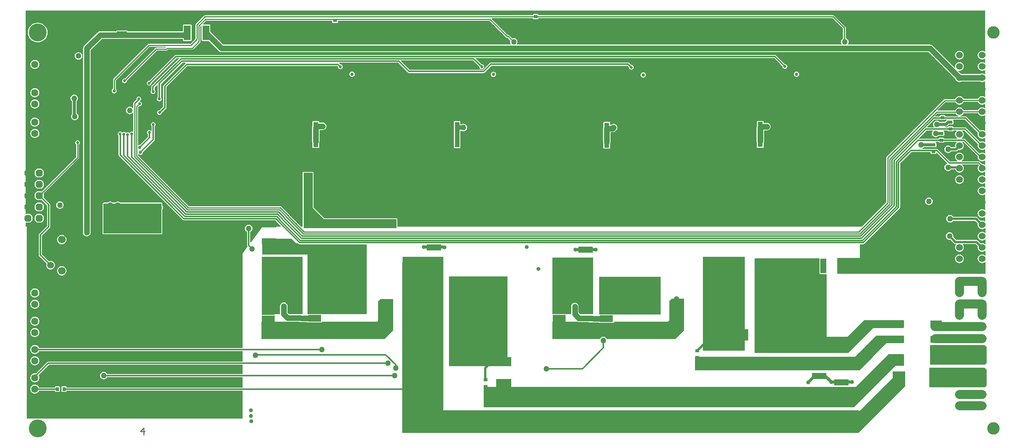
<source format=gbr>
G04 Layer_Physical_Order=4*
G04 Layer_Color=16711680*
%FSLAX45Y45*%
%MOMM*%
%TF.FileFunction,Copper,L4,Bot,Signal*%
%TF.Part,Single*%
G01*
G75*
%TA.AperFunction,SMDPad,CuDef*%
%ADD11R,3.00000X1.52400*%
%ADD13R,1.40000X3.30000*%
%ADD14R,3.30000X1.40000*%
%ADD15R,1.10000X2.60000*%
%ADD19R,0.70000X0.90000*%
%ADD24R,0.90000X0.70000*%
%ADD44R,2.60000X1.10000*%
%ADD45R,3.50000X2.00000*%
%ADD48R,2.50000X1.50000*%
%TA.AperFunction,Conductor*%
%ADD53C,2.00000*%
%ADD54C,1.27000*%
%ADD55C,0.30000*%
%ADD56C,0.50000*%
%ADD58C,0.63500*%
%ADD59C,0.25400*%
%ADD61C,0.50800*%
%TA.AperFunction,NonConductor*%
%ADD62C,0.25400*%
%TA.AperFunction,ViaPad*%
%ADD63C,4.00000*%
%ADD64C,1.52400*%
%TA.AperFunction,ComponentPad*%
%ADD65C,2.80000*%
%ADD66C,1.52400*%
G04:AMPARAMS|DCode=67|XSize=1.5748mm|YSize=1.5748mm|CornerRadius=0mm|HoleSize=0mm|Usage=FLASHONLY|Rotation=90.000|XOffset=0mm|YOffset=0mm|HoleType=Round|Shape=Octagon|*
%AMOCTAGOND67*
4,1,8,0.39370,0.78740,-0.39370,0.78740,-0.78740,0.39370,-0.78740,-0.39370,-0.39370,-0.78740,0.39370,-0.78740,0.78740,-0.39370,0.78740,0.39370,0.39370,0.78740,0.0*
%
%ADD67OCTAGOND67*%

%ADD68C,1.60000*%
%ADD69C,1.70000*%
%TA.AperFunction,ViaPad*%
%ADD70C,0.90000*%
%ADD71C,1.27000*%
%ADD72C,0.76200*%
%ADD73C,0.67200*%
%ADD74C,0.63500*%
%ADD75C,0.70000*%
%ADD76C,0.95000*%
%TA.AperFunction,Conductor*%
%ADD77C,1.00000*%
%TA.AperFunction,SMDPad,CuDef*%
%ADD78R,1.55000X3.30000*%
%ADD79R,2.18000X1.52000*%
G36*
X23178128Y8232014D02*
X23172391Y8227610D01*
X23156969Y8207515D01*
X23147276Y8184113D01*
X23143970Y8159000D01*
X23147276Y8133887D01*
X23156969Y8110485D01*
X23172391Y8090389D01*
X23192485Y8074969D01*
X23192928Y8074786D01*
X23190402Y8062086D01*
X22899992D01*
Y8062600D01*
X22898439Y8070403D01*
X22894019Y8077019D01*
X22887402Y8081440D01*
X22879601Y8082992D01*
X22789600D01*
X22781796Y8081440D01*
X22775182Y8077019D01*
X22770760Y8070403D01*
X22769208Y8062600D01*
Y8062086D01*
X22338725D01*
X22333865Y8073819D01*
X22504761Y8244714D01*
X22639041D01*
X22645303Y8232014D01*
X22635863Y8219710D01*
X22627449Y8199398D01*
X22624580Y8177600D01*
X22627449Y8155802D01*
X22635863Y8135489D01*
X22649248Y8118047D01*
X22666690Y8104663D01*
X22687003Y8096249D01*
X22708800Y8093379D01*
X22730598Y8096249D01*
X22750911Y8104663D01*
X22768353Y8118047D01*
X22773563Y8124836D01*
X22780186D01*
X22781796Y8123760D01*
X22789600Y8122208D01*
X22879601D01*
X22887402Y8123760D01*
X22894019Y8128181D01*
X22898439Y8134796D01*
X22899992Y8142600D01*
Y8212600D01*
X22898439Y8220403D01*
X22894019Y8227019D01*
X22887402Y8231439D01*
X22884514Y8232014D01*
X22885764Y8244714D01*
X22972783D01*
X22973959Y8238796D01*
X22978381Y8232181D01*
X22984996Y8227760D01*
X22992799Y8226208D01*
X23082800D01*
X23090604Y8227760D01*
X23097218Y8232181D01*
X23101639Y8238796D01*
X23102815Y8244714D01*
X23173817D01*
X23178128Y8232014D01*
D02*
G37*
G36*
X23664969Y8618485D02*
X23680389Y8598389D01*
X23700485Y8582969D01*
X23723888Y8573276D01*
X23749001Y8569970D01*
X23774113Y8573276D01*
X23797514Y8582969D01*
X23804648Y8588443D01*
X23816039Y8582826D01*
X23816039Y8243174D01*
X23804649Y8237557D01*
X23797514Y8243031D01*
X23774113Y8252724D01*
X23749001Y8256030D01*
X23723888Y8252724D01*
X23707098Y8245770D01*
X23403435Y8549433D01*
X23391856Y8557169D01*
X23378200Y8559886D01*
X23261700D01*
X23260867Y8572586D01*
X23266113Y8573276D01*
X23289516Y8582969D01*
X23309610Y8598389D01*
X23325031Y8618485D01*
X23331316Y8633659D01*
X23658684D01*
X23664969Y8618485D01*
D02*
G37*
G36*
X9939999Y4119999D02*
X8610599Y4120000D01*
X8610601Y5690215D01*
X9940000D01*
X9939999Y4119999D01*
D02*
G37*
G36*
X16539999Y4961200D02*
X16539999Y4109999D01*
X15158099Y4110000D01*
X15158099Y4961200D01*
X16539999Y4961200D01*
D02*
G37*
G36*
X22952744Y8486568D02*
X22949539Y8469611D01*
X22948489Y8468910D01*
X22948489Y8468909D01*
X22915092Y8435511D01*
X22912804Y8437040D01*
X22905000Y8438592D01*
X22814999D01*
X22807198Y8437040D01*
X22805586Y8435964D01*
X22798962D01*
X22793753Y8442753D01*
X22776311Y8456137D01*
X22755998Y8464551D01*
X22734200Y8467421D01*
X22712402Y8464551D01*
X22692090Y8456137D01*
X22674648Y8442753D01*
X22661263Y8425311D01*
X22652849Y8404998D01*
X22649980Y8383200D01*
X22652849Y8361402D01*
X22661263Y8341090D01*
X22670705Y8328786D01*
X22664441Y8316086D01*
X22522015D01*
X22517155Y8327819D01*
X22677850Y8488514D01*
X22797418D01*
X22800581Y8483781D01*
X22807198Y8479360D01*
X22814999Y8477808D01*
X22905000D01*
X22912804Y8479360D01*
X22919418Y8483781D01*
X22922581Y8488514D01*
X22951411D01*
X22952744Y8486568D01*
D02*
G37*
G36*
X23156969Y8618485D02*
X23172391Y8598389D01*
X23192485Y8582969D01*
X23215887Y8573276D01*
X23221132Y8572586D01*
X23220300Y8559886D01*
X22925392D01*
Y8568200D01*
X22923840Y8576004D01*
X22919418Y8582619D01*
X22912804Y8587040D01*
X22905000Y8588592D01*
X22814999D01*
X22807198Y8587040D01*
X22800581Y8582619D01*
X22796161Y8576004D01*
X22794608Y8568200D01*
Y8559886D01*
X22695041D01*
X22690181Y8571619D01*
X22746622Y8628059D01*
X23153004D01*
X23156969Y8618485D01*
D02*
G37*
G36*
X10530000Y3750000D02*
X10340000Y3560000D01*
X7580000D01*
Y3950000D01*
X8258965D01*
X8600926Y3947174D01*
X8601160Y3945996D01*
X8605581Y3939381D01*
X8612196Y3934960D01*
X8620000Y3933408D01*
X8920000D01*
X8927804Y3934960D01*
X8934419Y3939381D01*
X8938840Y3945996D01*
X8939636Y3950000D01*
X10170000D01*
X10197100Y3977100D01*
X10197099Y4407100D01*
X10249999Y4460000D01*
X10530000Y4460000D01*
Y3750000D01*
D02*
G37*
G36*
X17060001Y3755000D02*
X16870000Y3565000D01*
X15325882D01*
X15322937Y3572110D01*
X15309554Y3589553D01*
X15292110Y3602937D01*
X15271799Y3611351D01*
X15250000Y3614221D01*
X15228201Y3611351D01*
X15207890Y3602937D01*
X15190446Y3589553D01*
X15177063Y3572110D01*
X15174118Y3565000D01*
X14110001D01*
Y3955000D01*
X14662869D01*
X14667430Y3953111D01*
X14676894Y3949011D01*
X14677570Y3948911D01*
X14678201Y3948649D01*
X14688435Y3947302D01*
X14698642Y3945790D01*
X15150664Y3938500D01*
X15151160Y3935996D01*
X15155582Y3929381D01*
X15162196Y3924960D01*
X15170000Y3923408D01*
X15470000D01*
X15477805Y3924960D01*
X15484419Y3929381D01*
X15488840Y3935996D01*
X15490392Y3943800D01*
Y3955000D01*
X16700000D01*
X16727100Y3982100D01*
X16727100Y4412100D01*
X16779999Y4465000D01*
X17060001Y4465000D01*
Y3755000D01*
D02*
G37*
G36*
X22591408Y7738600D02*
X22592960Y7730796D01*
X22597382Y7724181D01*
X22603996Y7719760D01*
X22611800Y7718208D01*
X22701801D01*
X22709602Y7719760D01*
X22716219Y7724181D01*
X22720639Y7730796D01*
X22722192Y7738600D01*
Y7741548D01*
X22733925Y7746408D01*
X22970055Y7510278D01*
X22965971Y7498252D01*
X22965202Y7498151D01*
X22944890Y7489737D01*
X22927448Y7476353D01*
X22914062Y7458910D01*
X22905649Y7438598D01*
X22902779Y7416800D01*
X22905649Y7395002D01*
X22914062Y7374690D01*
X22927448Y7357247D01*
X22944890Y7343863D01*
X22965202Y7335449D01*
X22987000Y7332579D01*
X23008798Y7335449D01*
X23029111Y7343863D01*
X23046553Y7357247D01*
X23056731Y7370511D01*
X23147845D01*
X23156969Y7348485D01*
X23172391Y7328389D01*
X23192485Y7312969D01*
X23215887Y7303276D01*
X23241000Y7299970D01*
X23266113Y7303276D01*
X23289516Y7312969D01*
X23309610Y7328389D01*
X23325031Y7348485D01*
X23334724Y7371887D01*
X23338029Y7397000D01*
X23334724Y7422113D01*
X23325031Y7445515D01*
X23309610Y7465610D01*
X23303873Y7470014D01*
X23308183Y7482714D01*
X23658018D01*
X23678104Y7462630D01*
X23664969Y7445515D01*
X23655276Y7422113D01*
X23651970Y7397000D01*
X23655276Y7371887D01*
X23664969Y7348485D01*
X23680389Y7328389D01*
X23700485Y7312969D01*
X23723888Y7303276D01*
X23749001Y7299970D01*
X23774113Y7303276D01*
X23797514Y7312969D01*
X23804649Y7318444D01*
X23816039Y7312826D01*
Y7227174D01*
X23804649Y7221556D01*
X23797514Y7227031D01*
X23774113Y7236724D01*
X23749001Y7240030D01*
X23723888Y7236724D01*
X23700485Y7227031D01*
X23680389Y7211610D01*
X23664969Y7191515D01*
X23655276Y7168113D01*
X23651970Y7143000D01*
X23655276Y7117887D01*
X23664969Y7094485D01*
X23680389Y7074389D01*
X23700485Y7058969D01*
X23723888Y7049276D01*
X23749001Y7045970D01*
X23774113Y7049276D01*
X23797514Y7058969D01*
X23804649Y7064444D01*
X23816039Y7058826D01*
Y6973174D01*
X23804649Y6967556D01*
X23797514Y6973031D01*
X23774113Y6982724D01*
X23749001Y6986030D01*
X23723888Y6982724D01*
X23700485Y6973031D01*
X23680389Y6957610D01*
X23664969Y6937515D01*
X23655276Y6914113D01*
X23651970Y6889000D01*
X23655276Y6863887D01*
X23664969Y6840485D01*
X23680389Y6820389D01*
X23700485Y6804969D01*
X23723888Y6795276D01*
X23749001Y6791970D01*
X23774113Y6795276D01*
X23797514Y6804969D01*
X23804649Y6810444D01*
X23816039Y6804827D01*
Y6465173D01*
X23804649Y6459556D01*
X23797514Y6465031D01*
X23774113Y6474724D01*
X23749001Y6478030D01*
X23723888Y6474724D01*
X23700485Y6465031D01*
X23680389Y6449610D01*
X23664969Y6429515D01*
X23655276Y6406113D01*
X23651970Y6381000D01*
X23655276Y6355887D01*
X23664969Y6332485D01*
X23680389Y6312389D01*
X23700485Y6296969D01*
X23723888Y6287276D01*
X23749001Y6283970D01*
X23774113Y6287276D01*
X23797514Y6296969D01*
X23804649Y6302444D01*
X23816040Y6296827D01*
Y6211173D01*
X23804649Y6205556D01*
X23797514Y6211031D01*
X23774113Y6220724D01*
X23749001Y6224030D01*
X23723888Y6220724D01*
X23717702Y6218162D01*
X23643732Y6292132D01*
X23628714Y6302166D01*
X23611000Y6305690D01*
X23610999Y6305689D01*
X23098433D01*
X23085953Y6321953D01*
X23068510Y6335337D01*
X23048198Y6343751D01*
X23026401Y6346621D01*
X23004602Y6343751D01*
X22984290Y6335337D01*
X22966847Y6321953D01*
X22953464Y6304511D01*
X22945049Y6284198D01*
X22942180Y6262400D01*
X22945049Y6240602D01*
X22953464Y6220290D01*
X22966847Y6202847D01*
X22984290Y6189463D01*
X23004602Y6181049D01*
X23026401Y6178180D01*
X23048198Y6181049D01*
X23068510Y6189463D01*
X23085953Y6202847D01*
X23093828Y6213111D01*
X23591826D01*
X23654991Y6149946D01*
X23651970Y6127000D01*
X23655276Y6101887D01*
X23658295Y6094598D01*
D01*
X23664969Y6078485D01*
X23680389Y6058389D01*
X23700485Y6042969D01*
X23723888Y6033276D01*
X23749001Y6029970D01*
X23774113Y6033276D01*
X23797514Y6042969D01*
X23812500Y6054468D01*
X23825200Y6048205D01*
Y5951795D01*
X23812500Y5945532D01*
X23797514Y5957031D01*
X23774113Y5966724D01*
X23749001Y5970030D01*
X23723888Y5966724D01*
X23700485Y5957031D01*
X23680389Y5941610D01*
X23664969Y5921515D01*
X23655276Y5898113D01*
X23651970Y5873000D01*
X23655276Y5847887D01*
X23664969Y5824485D01*
X23680389Y5804389D01*
X23700485Y5788969D01*
X23723888Y5779276D01*
X23749001Y5775970D01*
X23774113Y5779276D01*
X23797514Y5788969D01*
X23812500Y5800468D01*
X23825200Y5794205D01*
Y5697795D01*
X23812500Y5691532D01*
X23797514Y5703031D01*
X23774113Y5712724D01*
X23749001Y5716030D01*
X23723888Y5712724D01*
X23717702Y5710162D01*
X23654732Y5773132D01*
X23639714Y5783166D01*
X23622000Y5786690D01*
X23621999Y5786689D01*
X23292374D01*
X23291368Y5786890D01*
X23291367Y5786889D01*
X23171176D01*
X23100839Y5857226D01*
X23103021Y5873801D01*
X23100153Y5895599D01*
X23091737Y5915911D01*
X23078354Y5933354D01*
X23060912Y5946738D01*
X23040599Y5955152D01*
X23018800Y5958021D01*
X22997003Y5955152D01*
X22976691Y5946738D01*
X22959248Y5933354D01*
X22945863Y5915911D01*
X22937450Y5895599D01*
X22934579Y5873801D01*
X22937450Y5852003D01*
X22945863Y5831691D01*
X22959248Y5814248D01*
X22976691Y5800864D01*
X22997003Y5792450D01*
X23018800Y5789580D01*
X23035376Y5791762D01*
X23119270Y5707868D01*
X23134286Y5697834D01*
X23152002Y5694310D01*
X23152003Y5694310D01*
X23161522D01*
X23167786Y5681610D01*
X23156969Y5667515D01*
X23147276Y5644113D01*
X23143970Y5619000D01*
X23147276Y5593887D01*
X23156969Y5570485D01*
X23172391Y5550389D01*
X23192485Y5534969D01*
X23215887Y5525276D01*
X23241000Y5521970D01*
X23266113Y5525276D01*
X23289516Y5534969D01*
X23309610Y5550389D01*
X23325031Y5570485D01*
X23334724Y5593887D01*
X23338029Y5619000D01*
X23334724Y5644113D01*
X23325031Y5667515D01*
X23314368Y5681411D01*
X23320631Y5694111D01*
X23602826D01*
X23654991Y5641946D01*
X23651970Y5619000D01*
X23655276Y5593887D01*
X23664969Y5570485D01*
X23680389Y5550389D01*
X23700485Y5534969D01*
X23723888Y5525276D01*
X23749001Y5521970D01*
X23774113Y5525276D01*
X23797514Y5534969D01*
X23812500Y5546468D01*
X23825200Y5540205D01*
Y5443795D01*
X23812500Y5437532D01*
X23797514Y5449031D01*
X23774113Y5458724D01*
X23749001Y5462030D01*
X23723888Y5458724D01*
X23700485Y5449031D01*
X23680389Y5433610D01*
X23664969Y5413515D01*
X23655276Y5390113D01*
X23651970Y5365000D01*
X23655276Y5339887D01*
X23664969Y5316485D01*
X23680389Y5296389D01*
X23700485Y5280969D01*
X23723888Y5271276D01*
X23749001Y5267970D01*
X23774113Y5271276D01*
X23797514Y5280969D01*
X23812500Y5292468D01*
X23825200Y5286205D01*
Y5029200D01*
X21384801D01*
Y5023200D01*
X20498000D01*
Y5378800D01*
X21005800D01*
Y5690215D01*
X21085693D01*
X21099352Y5692931D01*
X21110928Y5700667D01*
X21506032Y6095771D01*
X21899333Y6489072D01*
X21907069Y6500649D01*
X21909785Y6514305D01*
Y7508318D01*
X22163582Y7762114D01*
X22591408D01*
Y7738600D01*
D02*
G37*
G36*
X23658949Y7938983D02*
X23655276Y7930113D01*
X23651970Y7905000D01*
X23655276Y7879887D01*
X23664969Y7856485D01*
X23680389Y7836389D01*
X23700485Y7820969D01*
X23723888Y7811276D01*
X23749001Y7807970D01*
X23774113Y7811276D01*
X23797514Y7820969D01*
X23804649Y7826443D01*
X23816039Y7820826D01*
X23816039Y7735174D01*
X23804649Y7729557D01*
X23797514Y7735031D01*
X23774113Y7744724D01*
X23749001Y7748030D01*
X23723888Y7744724D01*
X23700485Y7735031D01*
X23691405Y7728063D01*
X23367834Y8051634D01*
X23356256Y8059369D01*
X23342599Y8062086D01*
X23291599D01*
X23289072Y8074786D01*
X23289516Y8074969D01*
X23309610Y8090389D01*
X23325031Y8110485D01*
X23334724Y8133887D01*
X23338029Y8159000D01*
X23334724Y8184113D01*
X23325031Y8207515D01*
X23309610Y8227610D01*
X23303873Y8232014D01*
X23308183Y8244714D01*
X23353218D01*
X23658949Y7938983D01*
D02*
G37*
G36*
X8726201Y6508801D02*
X8751601Y6483401D01*
X8929401Y6305601D01*
X8980201Y6254801D01*
X10605801D01*
X10605801Y6051601D01*
X8523001Y6051602D01*
X8523001Y7296201D01*
X8726201Y7296201D01*
Y6508801D01*
D02*
G37*
G36*
X8356600Y5715000D02*
X8394139D01*
X8408472Y5700667D01*
X8420049Y5692931D01*
X8433706Y5690215D01*
X8610600D01*
Y5461000D01*
X7594600D01*
Y5816600D01*
X8255000D01*
X8356600Y5715000D01*
D02*
G37*
G36*
X23653780Y7664752D02*
X23651970Y7651000D01*
X23655276Y7625887D01*
X23664969Y7602485D01*
X23680389Y7582389D01*
X23700485Y7566969D01*
X23723888Y7557276D01*
X23749001Y7553970D01*
X23774113Y7557276D01*
X23797514Y7566969D01*
X23804649Y7572443D01*
X23816039Y7566826D01*
Y7481174D01*
X23804649Y7475557D01*
X23797514Y7481031D01*
X23774113Y7490724D01*
X23749001Y7494030D01*
X23747797Y7493871D01*
X23698035Y7543634D01*
X23686456Y7551369D01*
X23672800Y7554086D01*
X23291599D01*
X23289072Y7566786D01*
X23289516Y7566969D01*
X23309610Y7582389D01*
X23325031Y7602485D01*
X23334724Y7625887D01*
X23338029Y7651000D01*
X23334724Y7676113D01*
X23325031Y7699515D01*
X23309610Y7719610D01*
X23289516Y7735031D01*
X23266113Y7744724D01*
X23241000Y7748030D01*
X23215887Y7744724D01*
X23192485Y7735031D01*
X23172391Y7719610D01*
X23156969Y7699515D01*
X23147276Y7676113D01*
X23143970Y7651000D01*
X23147276Y7625887D01*
X23156969Y7602485D01*
X23172391Y7582389D01*
X23192485Y7566969D01*
X23192928Y7566786D01*
X23190402Y7554086D01*
X23027182D01*
X22758234Y7823034D01*
X22746655Y7830769D01*
X22733000Y7833486D01*
X22412428D01*
X22409901Y7846186D01*
X22420711Y7850663D01*
X22438153Y7864047D01*
X22443362Y7870836D01*
X22602386D01*
X22603996Y7869760D01*
X22611800Y7868208D01*
X22701801D01*
X22709602Y7869760D01*
X22716219Y7874181D01*
X22720639Y7880796D01*
X22722192Y7888600D01*
Y7958600D01*
X22720639Y7966403D01*
X22716219Y7973019D01*
X22709602Y7977439D01*
X22706714Y7978014D01*
X22707964Y7990714D01*
X22769583D01*
X22770760Y7984796D01*
X22775182Y7978181D01*
X22781796Y7973760D01*
X22789600Y7972208D01*
X22879601D01*
X22887402Y7973760D01*
X22894019Y7978181D01*
X22898439Y7984796D01*
X22899615Y7990714D01*
X23173817D01*
X23178128Y7978014D01*
X23172391Y7973610D01*
X23156969Y7953515D01*
X23147276Y7930113D01*
X23143970Y7905000D01*
X23147050Y7881599D01*
X23144656Y7877002D01*
X23137836Y7869489D01*
X23056731D01*
X23046553Y7882753D01*
X23029111Y7896137D01*
X23008798Y7904551D01*
X22987000Y7907421D01*
X22965202Y7904551D01*
X22944890Y7896137D01*
X22927448Y7882753D01*
X22914062Y7865310D01*
X22905649Y7844998D01*
X22902779Y7823200D01*
X22905649Y7801402D01*
X22914062Y7781090D01*
X22927448Y7763647D01*
X22944890Y7750263D01*
X22965202Y7741849D01*
X22987000Y7738979D01*
X23008798Y7741849D01*
X23029111Y7750263D01*
X23046553Y7763647D01*
X23056731Y7776911D01*
X23164799D01*
X23164799Y7776910D01*
X23182513Y7780434D01*
X23197533Y7790468D01*
X23218054Y7810991D01*
X23241000Y7807970D01*
X23266113Y7811276D01*
X23289516Y7820969D01*
X23309610Y7836389D01*
X23325031Y7856485D01*
X23334724Y7879887D01*
X23338029Y7905000D01*
X23334724Y7930113D01*
X23325031Y7953515D01*
X23309610Y7973610D01*
X23303873Y7978014D01*
X23308183Y7990714D01*
X23327818D01*
X23653780Y7664752D01*
D02*
G37*
G36*
X23658949Y8192983D02*
X23655276Y8184113D01*
X23651970Y8159000D01*
X23655276Y8133887D01*
X23664969Y8110485D01*
X23680389Y8090389D01*
X23700485Y8074969D01*
X23723888Y8065276D01*
X23749001Y8061970D01*
X23774113Y8065276D01*
X23797514Y8074969D01*
X23804649Y8080443D01*
X23816039Y8074826D01*
Y7989174D01*
X23804649Y7983557D01*
X23797514Y7989031D01*
X23774113Y7998724D01*
X23749001Y8002030D01*
X23723888Y7998724D01*
X23707098Y7991770D01*
X23393234Y8305634D01*
X23381656Y8313369D01*
X23367999Y8316086D01*
X23103192D01*
Y8316600D01*
X23101639Y8324403D01*
X23097218Y8331019D01*
X23090604Y8335440D01*
X23082800Y8336992D01*
X22992799D01*
X22984996Y8335440D01*
X22978381Y8331019D01*
X22973959Y8324403D01*
X22972408Y8316600D01*
Y8316086D01*
X22927682D01*
X22922206Y8328786D01*
X22922630Y8329236D01*
X22936200D01*
X22956392Y8333253D01*
X22973511Y8344690D01*
X23005026Y8376208D01*
X23082800D01*
X23090604Y8377760D01*
X23097218Y8382181D01*
X23101639Y8388796D01*
X23103192Y8396600D01*
Y8466600D01*
X23101639Y8474403D01*
X23100697Y8475814D01*
X23107121Y8488514D01*
X23363419D01*
X23658949Y8192983D01*
D02*
G37*
G36*
X15024602Y4120000D02*
X14729106D01*
X14694221Y4154885D01*
Y4290000D01*
X14691351Y4311798D01*
X14682938Y4332110D01*
X14669553Y4349553D01*
X14652110Y4362937D01*
X14631798Y4371351D01*
X14610001Y4374221D01*
X14588202Y4371351D01*
X14567889Y4362937D01*
X14550447Y4349553D01*
X14537064Y4332110D01*
X14528648Y4311798D01*
X14525780Y4290000D01*
Y4120000D01*
X14525780Y4120000D01*
X14110201D01*
X14110201Y5390200D01*
X15024602D01*
X15024602Y4120000D01*
D02*
G37*
G36*
X8497600D02*
X8199106D01*
X8164221Y4154885D01*
Y4300000D01*
X8161351Y4321798D01*
X8152937Y4342110D01*
X8139553Y4359553D01*
X8122110Y4372937D01*
X8101798Y4381351D01*
X8080000Y4384221D01*
X8058202Y4381351D01*
X8037890Y4372937D01*
X8020447Y4359553D01*
X8007063Y4342110D01*
X7998649Y4321798D01*
X7995780Y4300000D01*
Y4120000D01*
X7583200D01*
X7583200Y5410200D01*
X8497601D01*
X8497600Y4120000D01*
D02*
G37*
G36*
X23798999Y2922000D02*
X23848000Y2873000D01*
X23848001Y2519000D01*
X23808020Y2479019D01*
X22572986Y2477492D01*
X22564000Y2486467D01*
Y2922000D01*
X23798999Y2922000D01*
D02*
G37*
G36*
X21998000Y3215956D02*
Y2960000D01*
X21799998Y2960000D01*
X20870000Y2030000D01*
X20721001D01*
Y2033000D01*
X12565000Y2033001D01*
X12565000Y2485000D01*
X20833000Y2485000D01*
Y2484000D01*
X20913000Y2484000D01*
X21656000Y3226999D01*
X21986957Y3227000D01*
X21998000Y3215956D01*
D02*
G37*
G36*
X13100000Y4970300D02*
X13099998Y2956000D01*
X11782099Y2956000D01*
X11782100Y4970300D01*
X13100000Y4970300D01*
D02*
G37*
G36*
X23816039Y10021174D02*
X23804648Y10015557D01*
X23797514Y10021031D01*
X23774113Y10030724D01*
X23749001Y10034030D01*
X23723888Y10030724D01*
X23700485Y10021031D01*
X23680389Y10005610D01*
X23664969Y9985515D01*
X23655276Y9962113D01*
X23651970Y9937000D01*
X23655276Y9911887D01*
X23664969Y9888485D01*
X23680389Y9868389D01*
X23700485Y9852969D01*
X23723888Y9843276D01*
X23749001Y9839970D01*
X23774113Y9843276D01*
X23797514Y9852969D01*
X23804648Y9858443D01*
X23816039Y9852826D01*
Y9767174D01*
X23804648Y9761557D01*
X23797514Y9767031D01*
X23774113Y9776724D01*
X23749001Y9780030D01*
X23723888Y9776724D01*
X23700485Y9767031D01*
X23680389Y9751610D01*
X23664969Y9731515D01*
X23655276Y9708113D01*
X23651970Y9683000D01*
X23655276Y9657887D01*
X23664969Y9634485D01*
X23680389Y9614389D01*
X23700485Y9598969D01*
X23723888Y9589276D01*
X23749001Y9585970D01*
X23774113Y9589276D01*
X23797514Y9598969D01*
X23804648Y9604443D01*
X23816039Y9598826D01*
Y9513174D01*
X23804648Y9507557D01*
X23797514Y9513031D01*
X23774113Y9522724D01*
X23749001Y9526030D01*
X23723888Y9522724D01*
X23700945Y9513220D01*
X23289056D01*
X23266573Y9522533D01*
X23211563Y9577543D01*
X23213931Y9583970D01*
X23218079Y9588988D01*
X23241000Y9585970D01*
X23266113Y9589276D01*
X23289516Y9598969D01*
X23309610Y9614389D01*
X23325031Y9634485D01*
X23334724Y9657887D01*
X23338029Y9683000D01*
X23334724Y9708113D01*
X23325031Y9731515D01*
X23309610Y9751610D01*
X23289516Y9767031D01*
X23266113Y9776724D01*
X23241000Y9780030D01*
X23215887Y9776724D01*
X23192485Y9767031D01*
X23172391Y9751610D01*
X23156969Y9731515D01*
X23147276Y9708113D01*
X23143970Y9683000D01*
X23146988Y9660079D01*
X23141969Y9655932D01*
X23135542Y9653563D01*
X22643213Y10145893D01*
X22625771Y10159277D01*
X22605458Y10167691D01*
X22583659Y10170561D01*
X20740820D01*
X20734557Y10183261D01*
X20740916Y10191550D01*
X20749332Y10211862D01*
X20752200Y10233660D01*
X20749332Y10255458D01*
X20740916Y10275770D01*
X20727533Y10293213D01*
X20710091Y10306597D01*
X20696242Y10312334D01*
Y10543540D01*
X20693703Y10556299D01*
X20686476Y10567115D01*
X20432475Y10821115D01*
X20421658Y10828343D01*
X20408900Y10830881D01*
X13796391D01*
Y10835996D01*
X13794839Y10843799D01*
X13790419Y10850415D01*
X13783804Y10854836D01*
X13775999Y10856388D01*
X13686000D01*
X13678197Y10854836D01*
X13671581Y10850415D01*
X13667160Y10843799D01*
X13665608Y10835996D01*
Y10830881D01*
X6311195D01*
X6298436Y10828343D01*
X6287620Y10821115D01*
X6105765Y10639260D01*
X6098537Y10628444D01*
X6095999Y10615685D01*
Y10303670D01*
X5983130Y10190801D01*
X5057460D01*
X5044701Y10188263D01*
X5033885Y10181035D01*
X4256425Y9403575D01*
X4249197Y9392759D01*
X4246660Y9380000D01*
Y9181412D01*
X4234747Y9173453D01*
X4222592Y9155260D01*
X4218323Y9133800D01*
X4222592Y9112340D01*
X4234747Y9094147D01*
X4252940Y9081991D01*
X4274400Y9077723D01*
X4295860Y9081991D01*
X4314053Y9094147D01*
X4326209Y9112340D01*
X4330477Y9133800D01*
X4326209Y9155260D01*
X4314053Y9173453D01*
X4313341Y9173929D01*
Y9366190D01*
X5071270Y10124119D01*
X5427786D01*
X5433013Y10112250D01*
X5426754Y10104340D01*
X5220000D01*
X5207241Y10101803D01*
X5196425Y10094575D01*
X4512084Y9410234D01*
X4505400Y9411564D01*
X4485208Y9407548D01*
X4468090Y9396110D01*
X4456653Y9378992D01*
X4452636Y9358800D01*
X4456653Y9338608D01*
X4468090Y9321490D01*
X4485208Y9310053D01*
X4505400Y9306036D01*
X4525592Y9310053D01*
X4542710Y9321490D01*
X4554147Y9338608D01*
X4558164Y9358800D01*
X4557631Y9361480D01*
X5233810Y10037659D01*
X5443000D01*
X5455759Y10040197D01*
X5466575Y10047425D01*
X5479770Y10060619D01*
X6029960D01*
X6042719Y10063157D01*
X6053535Y10070385D01*
X6198315Y10215165D01*
X6205543Y10225981D01*
X6208081Y10238740D01*
Y10583070D01*
X6220810Y10595800D01*
X6233510Y10590539D01*
Y10274405D01*
X6235062Y10266602D01*
X6239483Y10259986D01*
X6246099Y10255565D01*
X6253902Y10254013D01*
X6397688D01*
X6624914Y10026787D01*
X6642357Y10013403D01*
X6662669Y10004989D01*
X6684467Y10002119D01*
X22548775D01*
X23147467Y9403427D01*
X23156969Y9380485D01*
X23172391Y9360389D01*
X23192485Y9344969D01*
X23215887Y9335276D01*
X23241000Y9331970D01*
X23266113Y9335276D01*
X23289056Y9344779D01*
X23700945D01*
X23723888Y9335276D01*
X23749001Y9331970D01*
X23774113Y9335276D01*
X23797514Y9344969D01*
X23804648Y9350443D01*
X23816039Y9344826D01*
X23816039Y9005174D01*
X23804648Y8999557D01*
X23797514Y9005031D01*
X23774113Y9014724D01*
X23749001Y9018030D01*
X23723888Y9014724D01*
X23700485Y9005031D01*
X23680389Y8989610D01*
X23664969Y8969515D01*
X23658684Y8954340D01*
X23331316D01*
X23325031Y8969515D01*
X23309610Y8989610D01*
X23289516Y9005031D01*
X23266113Y9014724D01*
X23241000Y9018030D01*
X23215887Y9014724D01*
X23192485Y9005031D01*
X23172391Y8989610D01*
X23156969Y8969515D01*
X23148364Y8948741D01*
X22911400D01*
X22898640Y8946203D01*
X22887825Y8938975D01*
X21607425Y7658575D01*
X21600197Y7647759D01*
X21597659Y7635000D01*
Y6628810D01*
X21052888Y6084038D01*
X10626193Y6084038D01*
X10626193Y6254801D01*
X10624641Y6262605D01*
X10620221Y6269220D01*
X10613605Y6273641D01*
X10605801Y6275193D01*
X8988648D01*
X8943821Y6320020D01*
X8943820Y6320021D01*
X8766021Y6497820D01*
X8766020Y6497821D01*
X8746593Y6517248D01*
Y7296201D01*
X8745041Y7304005D01*
X8740621Y7310621D01*
X8734005Y7315041D01*
X8726201Y7316593D01*
X8523001Y7316593D01*
X8515197Y7315041D01*
X8508581Y7310620D01*
X8504161Y7304005D01*
X8502609Y7296201D01*
X8502609Y6084038D01*
X8466513D01*
X8221375Y6329176D01*
X8220902Y6331550D01*
X8213675Y6342367D01*
X8024467Y6531575D01*
X8013650Y6538803D01*
X8000891Y6541340D01*
X5948810D01*
X4811341Y7678810D01*
Y7708099D01*
X4824041Y7711283D01*
X4840940Y7699991D01*
X4862400Y7695723D01*
X4883860Y7699991D01*
X4902053Y7712147D01*
X4914209Y7730340D01*
X4918477Y7751800D01*
X4917546Y7756479D01*
X5173234Y8012167D01*
X5180969Y8023744D01*
X5183686Y8037400D01*
Y8341138D01*
X5185710Y8342490D01*
X5197148Y8359608D01*
X5201164Y8379800D01*
X5197148Y8399992D01*
X5185710Y8417110D01*
X5168592Y8428548D01*
X5148400Y8432564D01*
X5128208Y8428548D01*
X5111090Y8417110D01*
X5099653Y8399992D01*
X5095636Y8379800D01*
X5099653Y8359608D01*
X5111090Y8342490D01*
X5112314Y8341672D01*
Y8241609D01*
X5099614Y8237756D01*
X5098710Y8239110D01*
X5081592Y8250548D01*
X5061400Y8254564D01*
X5041208Y8250548D01*
X5024090Y8239110D01*
X5012653Y8221992D01*
X5008636Y8201800D01*
X5012653Y8181608D01*
X5024090Y8164490D01*
X5026314Y8163005D01*
Y8096182D01*
X4849079Y7918947D01*
X4844400Y7919877D01*
X4824041Y7915828D01*
X4820884Y7916228D01*
X4811341Y7921329D01*
Y8767190D01*
X4835715Y8791565D01*
X4843400Y8790036D01*
X4863592Y8794053D01*
X4880710Y8805490D01*
X4892147Y8822608D01*
X4896164Y8842800D01*
X4892147Y8862992D01*
X4880710Y8880110D01*
X4863592Y8891548D01*
X4848729Y8894504D01*
X4847466Y8898699D01*
X4847388Y8907720D01*
X4862310Y8917690D01*
X4873747Y8934808D01*
X4877764Y8955000D01*
X4873747Y8975192D01*
X4862310Y8992310D01*
X4845192Y9003748D01*
X4825000Y9007764D01*
X4804808Y9003748D01*
X4787690Y8992310D01*
X4776253Y8975192D01*
X4772236Y8955000D01*
X4773731Y8947486D01*
X4707725Y8881480D01*
X4700497Y8870664D01*
X4697959Y8857905D01*
Y8755337D01*
X4685259Y8751026D01*
X4682553Y8754553D01*
X4665110Y8767937D01*
X4644798Y8776351D01*
X4623000Y8779220D01*
X4601202Y8776351D01*
X4580889Y8767937D01*
X4563447Y8754553D01*
X4550063Y8737110D01*
X4541649Y8716798D01*
X4538779Y8695000D01*
X4541649Y8673202D01*
X4550063Y8652889D01*
X4563447Y8635447D01*
X4580889Y8622063D01*
X4601202Y8613649D01*
X4623000Y8610779D01*
X4644798Y8613649D01*
X4665110Y8622063D01*
X4682553Y8635447D01*
X4685259Y8638974D01*
X4697959Y8634663D01*
Y8223423D01*
X4688947Y8218605D01*
X4685259Y8217813D01*
X4666400Y8221564D01*
X4646208Y8217547D01*
X4629090Y8206110D01*
X4622516Y8196270D01*
X4615131Y8189885D01*
X4606241Y8193033D01*
X4596192Y8199747D01*
X4576000Y8203764D01*
X4555808Y8199747D01*
X4547384Y8194119D01*
X4530285Y8196850D01*
X4529310Y8198310D01*
X4512192Y8209747D01*
X4492000Y8213764D01*
X4471808Y8209747D01*
X4459692Y8201652D01*
X4444321Y8202801D01*
X4442927Y8203565D01*
X4426192Y8214747D01*
X4406000Y8218764D01*
X4385808Y8214747D01*
X4368690Y8203310D01*
X4357253Y8186192D01*
X4353236Y8166000D01*
X4357253Y8145808D01*
X4368690Y8128690D01*
X4372314Y8126269D01*
Y7691206D01*
X4375031Y7677550D01*
X4382766Y7665972D01*
X5811472Y6237267D01*
X5823049Y6229532D01*
X5836705Y6226815D01*
X7887815D01*
X7913621Y6201009D01*
X7914031Y6198950D01*
X7921766Y6187372D01*
X8013368Y6095771D01*
X8008508Y6084038D01*
X7601992D01*
X7337530Y5732811D01*
X7325486Y5736838D01*
Y5969602D01*
X7331910Y5972263D01*
X7349353Y5985647D01*
X7362737Y6003090D01*
X7371151Y6023402D01*
X7374021Y6045200D01*
X7371151Y6066998D01*
X7364399Y6083299D01*
X7364761Y6084038D01*
X7364093D01*
X7362737Y6087310D01*
X7349353Y6104753D01*
X7331910Y6118137D01*
X7311598Y6126551D01*
X7289800Y6129421D01*
X7268002Y6126551D01*
X7247690Y6118137D01*
X7230247Y6104753D01*
X7216863Y6087310D01*
X7215507Y6084038D01*
X7214839D01*
X7215201Y6083299D01*
X7208449Y6066998D01*
X7205579Y6045200D01*
X7208449Y6023402D01*
X7216863Y6003090D01*
X7230247Y5985647D01*
X7247690Y5972263D01*
X7254114Y5969602D01*
Y5664200D01*
X7256831Y5650544D01*
X7264566Y5638966D01*
X7265880Y5637653D01*
X7151000Y5485084D01*
X7151000Y3363086D01*
X2585857D01*
X2579749Y3377831D01*
X2563721Y3398721D01*
X2542831Y3414750D01*
X2518505Y3424826D01*
X2492400Y3428263D01*
X2466295Y3424826D01*
X2441969Y3414750D01*
X2421079Y3398721D01*
X2405050Y3377831D01*
X2394974Y3353505D01*
X2391537Y3327400D01*
X2394974Y3301295D01*
X2405050Y3276969D01*
X2421079Y3256079D01*
X2441969Y3240050D01*
X2466295Y3229974D01*
X2492400Y3226537D01*
X2518505Y3229974D01*
X2542831Y3240050D01*
X2563721Y3256079D01*
X2579749Y3276969D01*
X2585857Y3291714D01*
X7151000D01*
Y3058286D01*
X2797200D01*
X2783544Y3055569D01*
X2771966Y3047834D01*
X2514487Y2790355D01*
X2492400Y2793263D01*
X2466295Y2789826D01*
X2441969Y2779750D01*
X2421079Y2763721D01*
X2405050Y2742831D01*
X2394974Y2718505D01*
X2391537Y2692400D01*
X2394974Y2666295D01*
X2405050Y2641969D01*
X2421079Y2621079D01*
X2441969Y2605050D01*
X2466295Y2594974D01*
X2492400Y2591537D01*
X2518505Y2594974D01*
X2542831Y2605050D01*
X2563721Y2621079D01*
X2579749Y2641969D01*
X2589826Y2666295D01*
X2593263Y2692400D01*
X2589826Y2718505D01*
X2579749Y2742831D01*
X2574604Y2749537D01*
X2811981Y2986914D01*
X7151000D01*
Y2778886D01*
X4114198D01*
X4111537Y2785310D01*
X4098153Y2802753D01*
X4080710Y2816137D01*
X4060398Y2824551D01*
X4038600Y2827421D01*
X4016802Y2824551D01*
X3996490Y2816137D01*
X3979047Y2802753D01*
X3965663Y2785310D01*
X3957249Y2764998D01*
X3954379Y2743200D01*
X3957249Y2721402D01*
X3965663Y2701090D01*
X3979047Y2683647D01*
X3996490Y2670263D01*
X4016802Y2661849D01*
X4038600Y2658979D01*
X4060398Y2661849D01*
X4080710Y2670263D01*
X4098153Y2683647D01*
X4111537Y2701090D01*
X4114198Y2707514D01*
X7151000D01*
X7150999Y2474085D01*
X3203792D01*
Y2483400D01*
X3202240Y2491203D01*
X3197819Y2497819D01*
X3191204Y2502239D01*
X3183400Y2503792D01*
X3113400D01*
X3105597Y2502239D01*
X3098981Y2497819D01*
X3094560Y2491203D01*
X3093008Y2483400D01*
Y2393400D01*
X3094560Y2385596D01*
X3098981Y2378981D01*
X3105597Y2374560D01*
X3113400Y2373008D01*
X3183400D01*
X3191204Y2374560D01*
X3197819Y2378981D01*
X3202240Y2385596D01*
X3203792Y2393400D01*
Y2402714D01*
X7150999D01*
Y1778999D01*
X2311399Y1779000D01*
X2311400Y6083300D01*
X2311972Y6084038D01*
X2286000D01*
Y6164532D01*
X2296957Y6174247D01*
X2298700Y6174668D01*
X2376171D01*
X2383974Y6176220D01*
X2390590Y6180641D01*
X2429960Y6220011D01*
X2434380Y6226626D01*
X2435933Y6234430D01*
Y6313170D01*
X2434380Y6320974D01*
X2429960Y6327589D01*
X2390590Y6366959D01*
X2383974Y6371380D01*
X2376171Y6372932D01*
X2297431D01*
X2286000Y6383068D01*
X2285999Y10935437D01*
X23816039Y10935438D01*
X23816039Y10021174D01*
D02*
G37*
G36*
X20629559Y10529730D02*
Y10308125D01*
X20625870Y10306597D01*
X20608427Y10293213D01*
X20595042Y10275770D01*
X20586629Y10255458D01*
X20583759Y10233660D01*
X20586629Y10211862D01*
X20595042Y10191550D01*
X20601402Y10183261D01*
X20595140Y10170561D01*
X13311320D01*
X13305057Y10183261D01*
X13311417Y10191550D01*
X13319830Y10211862D01*
X13322701Y10233660D01*
X13319830Y10255458D01*
X13311417Y10275770D01*
X13298033Y10293213D01*
X13280589Y10306597D01*
X13260278Y10315011D01*
X13238480Y10317881D01*
X13216682Y10315011D01*
X13207912Y10311378D01*
X13137595Y10381695D01*
X13126779Y10388923D01*
X13114020Y10391461D01*
X13102431D01*
X12741424Y10752466D01*
X12746285Y10764199D01*
X13665965D01*
X13667160Y10758192D01*
X13671581Y10751577D01*
X13678197Y10747156D01*
X13686000Y10745604D01*
X13775999D01*
X13783804Y10747156D01*
X13790419Y10751577D01*
X13794839Y10758192D01*
X13796034Y10764199D01*
X20395090D01*
X20629559Y10529730D01*
D02*
G37*
G36*
X13065045Y10334544D02*
X13075861Y10327317D01*
X13088620Y10324779D01*
X13100211D01*
X13160762Y10264228D01*
X13157129Y10255458D01*
X13154259Y10233660D01*
X13157129Y10211862D01*
X13165543Y10191550D01*
X13171902Y10183261D01*
X13165640Y10170561D01*
X6719352D01*
X6429294Y10460619D01*
Y10604405D01*
X6427742Y10612209D01*
X6423321Y10618824D01*
X6416706Y10623245D01*
X6408902Y10624797D01*
X6267768D01*
X6262507Y10637497D01*
X6335870Y10710859D01*
X9164968D01*
Y10680056D01*
X9166520Y10672252D01*
X9170941Y10665637D01*
X9177556Y10661216D01*
X9185360Y10659664D01*
X9275360D01*
X9283164Y10661216D01*
X9289779Y10665637D01*
X9294200Y10672252D01*
X9295752Y10680056D01*
Y10710859D01*
X12688730D01*
X13065045Y10334544D01*
D02*
G37*
G36*
X11662600Y3403600D02*
X11658000D01*
X11658000Y1960111D01*
X20970023Y1960111D01*
X20976134Y1954000D01*
X21009000D01*
X21750999Y2696000D01*
X21748000Y2699000D01*
Y2835000D01*
X22022000D01*
X22022000Y2503000D01*
X20978999Y1459999D01*
Y1459208D01*
X20970016Y1450230D01*
X10740000Y1455949D01*
Y1479239D01*
X10739000Y1480238D01*
Y5281762D01*
X10748201D01*
Y5410200D01*
X11662601D01*
X11662600Y3403600D01*
D02*
G37*
G36*
X21989999Y3471000D02*
X21603001Y3471000D01*
X21289388Y3157388D01*
X21290266Y3155266D01*
X20996001Y2861000D01*
X17303000Y2860999D01*
X17303000Y3167000D01*
X20900999Y3167000D01*
X21370000Y3636000D01*
X21989999D01*
X21989999Y3471000D01*
D02*
G37*
G36*
X20095967Y5374999D02*
X20097607Y5373000D01*
Y5043000D01*
X20099159Y5035196D01*
X20103581Y5028581D01*
X20110196Y5024160D01*
X20117999Y5022608D01*
X20247301D01*
X20260001Y5010737D01*
X20259999Y3611000D01*
X20723999Y3610999D01*
X21101001Y3988000D01*
X21989999Y3988000D01*
X21989999Y3805000D01*
X21305000Y3805000D01*
X21046097Y3546096D01*
X21046095D01*
X20745003Y3245000D01*
X19481799Y3245000D01*
Y3245393D01*
X18645000Y3245393D01*
X18645001Y5375000D01*
X20095967Y5374999D01*
D02*
G37*
G36*
X23664969Y8872485D02*
X23680389Y8852389D01*
X23700485Y8836969D01*
X23723888Y8827276D01*
X23749001Y8823970D01*
X23774113Y8827276D01*
X23797514Y8836969D01*
X23804648Y8842443D01*
X23816039Y8836826D01*
Y8751174D01*
X23804648Y8745557D01*
X23797514Y8751031D01*
X23774113Y8760724D01*
X23749001Y8764030D01*
X23723888Y8760724D01*
X23700485Y8751031D01*
X23680389Y8735610D01*
X23664969Y8715515D01*
X23658684Y8700340D01*
X23331316D01*
X23325031Y8715515D01*
X23309610Y8735610D01*
X23289516Y8751031D01*
X23266113Y8760724D01*
X23241000Y8764030D01*
X23215887Y8760724D01*
X23192485Y8751031D01*
X23172391Y8735610D01*
X23156969Y8715515D01*
X23148364Y8694741D01*
X22754485D01*
X22749625Y8706474D01*
X22925211Y8882059D01*
X23153004D01*
X23156969Y8872485D01*
X23172391Y8852389D01*
X23192485Y8836969D01*
X23215887Y8827276D01*
X23241000Y8823970D01*
X23266113Y8827276D01*
X23289516Y8836969D01*
X23309610Y8852389D01*
X23325031Y8872485D01*
X23331316Y8887659D01*
X23658684D01*
X23664969Y8872485D01*
D02*
G37*
G36*
X23853999Y3379000D02*
X23854001Y3025000D01*
X23814020Y2985019D01*
X22586986Y2983501D01*
X22578000Y2992476D01*
Y3428000D01*
X23804999D01*
X23853999Y3379000D01*
D02*
G37*
G36*
X18421104Y5406999D02*
Y3302160D01*
X17480504D01*
X17480502Y5407000D01*
X18421104Y5406999D01*
D02*
G37*
%LPC*%
G36*
X23241000Y5462030D02*
X23215887Y5458724D01*
X23192485Y5449031D01*
X23172391Y5433610D01*
X23156969Y5413515D01*
X23147276Y5390113D01*
X23143970Y5365000D01*
X23147276Y5339887D01*
X23156969Y5316485D01*
X23172391Y5296389D01*
X23192485Y5280969D01*
X23215887Y5271276D01*
X23241000Y5267970D01*
X23266113Y5271276D01*
X23289516Y5280969D01*
X23309610Y5296389D01*
X23325031Y5316485D01*
X23334724Y5339887D01*
X23338029Y5365000D01*
X23334724Y5390113D01*
X23325031Y5413515D01*
X23309610Y5433610D01*
X23289516Y5449031D01*
X23266113Y5458724D01*
X23241000Y5462030D01*
D02*
G37*
G36*
Y7240030D02*
X23215887Y7236724D01*
X23192485Y7227031D01*
X23172391Y7211610D01*
X23156969Y7191515D01*
X23147276Y7168113D01*
X23143970Y7143000D01*
X23147276Y7117887D01*
X23156969Y7094485D01*
X23172391Y7074389D01*
X23192485Y7058969D01*
X23215887Y7049276D01*
X23241000Y7045970D01*
X23266113Y7049276D01*
X23289516Y7058969D01*
X23309610Y7074389D01*
X23325031Y7094485D01*
X23334724Y7117887D01*
X23338029Y7143000D01*
X23334724Y7168113D01*
X23325031Y7191515D01*
X23309610Y7211610D01*
X23289516Y7227031D01*
X23266113Y7236724D01*
X23241000Y7240030D01*
D02*
G37*
G36*
X22555200Y6739021D02*
X22533401Y6736151D01*
X22513091Y6727737D01*
X22495647Y6714353D01*
X22482263Y6696910D01*
X22473849Y6676598D01*
X22470979Y6654800D01*
X22473849Y6633002D01*
X22482263Y6612690D01*
X22495647Y6595247D01*
X22513091Y6581863D01*
X22533401Y6573449D01*
X22555200Y6570579D01*
X22576997Y6573449D01*
X22597310Y6581863D01*
X22614754Y6595247D01*
X22628137Y6612690D01*
X22636551Y6633002D01*
X22639421Y6654800D01*
X22636551Y6676598D01*
X22628137Y6696910D01*
X22614754Y6714353D01*
X22597310Y6727737D01*
X22576997Y6736151D01*
X22555200Y6739021D01*
D02*
G37*
G36*
X2492400Y3174263D02*
X2466295Y3170826D01*
X2441969Y3160750D01*
X2421079Y3144721D01*
X2405050Y3123831D01*
X2394974Y3099505D01*
X2391537Y3073400D01*
X2394974Y3047295D01*
X2405050Y3022969D01*
X2421079Y3002079D01*
X2441969Y2986050D01*
X2466295Y2975974D01*
X2492400Y2972537D01*
X2518505Y2975974D01*
X2542831Y2986050D01*
X2563721Y3002079D01*
X2579749Y3022969D01*
X2589826Y3047295D01*
X2593263Y3073400D01*
X2589826Y3099505D01*
X2579749Y3123831D01*
X2563721Y3144721D01*
X2542831Y3160750D01*
X2518505Y3170826D01*
X2492400Y3174263D01*
D02*
G37*
G36*
X4181000Y6650221D02*
X4159202Y6647351D01*
X4138890Y6638937D01*
X4121447Y6625553D01*
X4120556Y6624392D01*
X4038600D01*
X4030796Y6622840D01*
X4024181Y6618419D01*
X4016940Y6611179D01*
X4012520Y6604563D01*
X4010968Y6596760D01*
Y6096000D01*
Y5936800D01*
X4012520Y5928996D01*
X4016940Y5922381D01*
X4023556Y5917960D01*
X4031360Y5916408D01*
X4281360Y5916408D01*
X5334000D01*
X5341803Y5917960D01*
X5348419Y5922380D01*
X5352839Y5928996D01*
X5354392Y5936800D01*
Y6096000D01*
D01*
X5354392Y6467876D01*
X5355937Y6469890D01*
X5364351Y6490202D01*
X5367221Y6512000D01*
X5364351Y6533798D01*
X5355937Y6554110D01*
X5354392Y6556124D01*
Y6604000D01*
X5352840Y6611804D01*
X5348419Y6618419D01*
X5341804Y6622840D01*
X5334000Y6624392D01*
X4414676D01*
X4414553Y6624553D01*
X4397110Y6637937D01*
X4376798Y6646351D01*
X4355000Y6649221D01*
X4333202Y6646351D01*
X4312890Y6637937D01*
X4295447Y6624553D01*
X4295324Y6624392D01*
X4241444D01*
X4240553Y6625553D01*
X4223110Y6638937D01*
X4202798Y6647351D01*
X4181000Y6650221D01*
D02*
G37*
G36*
X2492400Y4063263D02*
X2466295Y4059826D01*
X2441969Y4049750D01*
X2421079Y4033721D01*
X2405050Y4012831D01*
X2394974Y3988505D01*
X2391537Y3962400D01*
X2394974Y3936295D01*
X2405050Y3911969D01*
X2421079Y3891079D01*
X2441969Y3875050D01*
X2466295Y3864974D01*
X2492400Y3861537D01*
X2518505Y3864974D01*
X2542831Y3875050D01*
X2563721Y3891079D01*
X2579749Y3911969D01*
X2589826Y3936295D01*
X2593263Y3962400D01*
X2589826Y3988505D01*
X2579749Y4012831D01*
X2563721Y4033721D01*
X2542831Y4049750D01*
X2518505Y4059826D01*
X2492400Y4063263D01*
D02*
G37*
G36*
X3096300Y5900006D02*
X3068889Y5896397D01*
X3043347Y5885817D01*
X3021413Y5868987D01*
X3004583Y5847053D01*
X2994003Y5821510D01*
X2990394Y5794100D01*
X2994003Y5766690D01*
X3004583Y5741147D01*
X3021413Y5719213D01*
X3043347Y5702383D01*
X3068889Y5691803D01*
X3096300Y5688194D01*
X3123710Y5691803D01*
X3149253Y5702383D01*
X3171187Y5719213D01*
X3188017Y5741147D01*
X3198597Y5766690D01*
X3202206Y5794100D01*
X3198597Y5821510D01*
X3188017Y5847053D01*
X3171187Y5868987D01*
X3149253Y5885817D01*
X3123710Y5896397D01*
X3096300Y5900006D01*
D02*
G37*
G36*
X2492400Y4444263D02*
X2466295Y4440826D01*
X2441969Y4430750D01*
X2421079Y4414721D01*
X2405050Y4393831D01*
X2394974Y4369505D01*
X2391537Y4343400D01*
X2394974Y4317295D01*
X2405050Y4292969D01*
X2421079Y4272079D01*
X2441969Y4256050D01*
X2466295Y4245974D01*
X2492400Y4242537D01*
X2518505Y4245974D01*
X2542831Y4256050D01*
X2563721Y4272079D01*
X2579749Y4292969D01*
X2589826Y4317295D01*
X2593263Y4343400D01*
X2589826Y4369505D01*
X2579749Y4393831D01*
X2563721Y4414721D01*
X2542831Y4430750D01*
X2518505Y4440826D01*
X2492400Y4444263D01*
D02*
G37*
G36*
Y3809263D02*
X2466295Y3805826D01*
X2441969Y3795750D01*
X2421079Y3779721D01*
X2405050Y3758831D01*
X2394974Y3734505D01*
X2391537Y3708400D01*
X2394974Y3682295D01*
X2405050Y3657969D01*
X2421079Y3637079D01*
X2441969Y3621050D01*
X2466295Y3610974D01*
X2492400Y3607537D01*
X2518505Y3610974D01*
X2542831Y3621050D01*
X2563721Y3637079D01*
X2579749Y3657969D01*
X2589826Y3682295D01*
X2593263Y3708400D01*
X2589826Y3734505D01*
X2579749Y3758831D01*
X2563721Y3779721D01*
X2542831Y3795750D01*
X2518505Y3805826D01*
X2492400Y3809263D01*
D02*
G37*
G36*
Y2539263D02*
X2466295Y2535826D01*
X2441969Y2525750D01*
X2421079Y2509721D01*
X2405050Y2488831D01*
X2394974Y2464505D01*
X2391537Y2438400D01*
X2394974Y2412295D01*
X2405050Y2387969D01*
X2421079Y2367079D01*
X2441969Y2351050D01*
X2466295Y2340974D01*
X2492400Y2337537D01*
X2518505Y2340974D01*
X2542831Y2351050D01*
X2563721Y2367079D01*
X2579749Y2387969D01*
X2585857Y2402714D01*
X2943008D01*
Y2393400D01*
X2944561Y2385596D01*
X2948981Y2378981D01*
X2955597Y2374560D01*
X2963400Y2373008D01*
X3033400D01*
X3041204Y2374560D01*
X3047819Y2378981D01*
X3052240Y2385596D01*
X3053792Y2393400D01*
Y2483400D01*
X3052240Y2491203D01*
X3047819Y2497819D01*
X3041204Y2502239D01*
X3033400Y2503792D01*
X2963400D01*
X2955597Y2502239D01*
X2948981Y2497819D01*
X2944561Y2491203D01*
X2943008Y2483400D01*
Y2474085D01*
X2585857D01*
X2579749Y2488831D01*
X2563721Y2509721D01*
X2542831Y2525750D01*
X2518505Y2535826D01*
X2492400Y2539263D01*
D02*
G37*
G36*
X3096300Y5199006D02*
X3068889Y5195397D01*
X3043347Y5184817D01*
X3021413Y5167987D01*
X3004583Y5146053D01*
X2994003Y5120510D01*
X2990394Y5093100D01*
X2994003Y5065690D01*
X3004583Y5040147D01*
X3021413Y5018213D01*
X3043347Y5001383D01*
X3068889Y4990803D01*
X3096300Y4987194D01*
X3123710Y4990803D01*
X3149253Y5001383D01*
X3171187Y5018213D01*
X3188017Y5040147D01*
X3198597Y5065690D01*
X3202206Y5093100D01*
X3198597Y5120510D01*
X3188017Y5146053D01*
X3171187Y5167987D01*
X3149253Y5184817D01*
X3123710Y5195397D01*
X3096300Y5199006D01*
D02*
G37*
G36*
X2492400Y4698263D02*
X2466295Y4694826D01*
X2441969Y4684750D01*
X2421079Y4668721D01*
X2405050Y4647831D01*
X2394974Y4623505D01*
X2391537Y4597400D01*
X2394974Y4571295D01*
X2405050Y4546969D01*
X2421079Y4526079D01*
X2441969Y4510050D01*
X2466295Y4499974D01*
X2492400Y4496537D01*
X2518505Y4499974D01*
X2542831Y4510050D01*
X2563721Y4526079D01*
X2579749Y4546969D01*
X2589826Y4571295D01*
X2593263Y4597400D01*
X2589826Y4623505D01*
X2579749Y4647831D01*
X2563721Y4668721D01*
X2542831Y4684750D01*
X2518505Y4694826D01*
X2492400Y4698263D01*
D02*
G37*
G36*
X2630171Y6372932D02*
X2551431D01*
X2543627Y6371380D01*
X2537011Y6366959D01*
X2497641Y6327589D01*
X2493221Y6320974D01*
X2491669Y6313170D01*
Y6234430D01*
X2493221Y6226626D01*
X2497641Y6220011D01*
X2537011Y6180641D01*
X2543627Y6176220D01*
X2551431Y6174668D01*
X2630171D01*
X2637974Y6176220D01*
X2644590Y6180641D01*
X2683960Y6220011D01*
X2688380Y6226626D01*
X2689933Y6234430D01*
Y6313170D01*
X2688380Y6320974D01*
X2683960Y6327589D01*
X2644590Y6366959D01*
X2637974Y6371380D01*
X2630171Y6372932D01*
D02*
G37*
G36*
X16143359Y9551458D02*
X16120689Y9546949D01*
X16101472Y9534107D01*
X16088631Y9514889D01*
X16084122Y9492220D01*
X16088631Y9469550D01*
X16101472Y9450332D01*
X16120689Y9437491D01*
X16143359Y9432982D01*
X16166029Y9437491D01*
X16185248Y9450332D01*
X16198090Y9469550D01*
X16202599Y9492220D01*
X16198090Y9514889D01*
X16185248Y9534107D01*
X16166029Y9546949D01*
X16143359Y9551458D01*
D02*
G37*
G36*
X12783360Y9564458D02*
X12760690Y9559949D01*
X12741472Y9547108D01*
X12728631Y9527890D01*
X12724122Y9505220D01*
X12728631Y9482551D01*
X12741472Y9463332D01*
X12760690Y9450491D01*
X12783360Y9445982D01*
X12806029Y9450491D01*
X12825247Y9463332D01*
X12838089Y9482551D01*
X12842598Y9505220D01*
X12838089Y9527890D01*
X12825247Y9547108D01*
X12806029Y9559949D01*
X12783360Y9564458D01*
D02*
G37*
G36*
X9611360Y9566458D02*
X9588690Y9561949D01*
X9569472Y9549108D01*
X9556631Y9529890D01*
X9552122Y9507220D01*
X9556631Y9484551D01*
X9569472Y9465332D01*
X9588690Y9452491D01*
X9611360Y9447982D01*
X9634029Y9452491D01*
X9653248Y9465332D01*
X9666089Y9484551D01*
X9670598Y9507220D01*
X9666089Y9529890D01*
X9653248Y9549108D01*
X9634029Y9561949D01*
X9611360Y9566458D01*
D02*
G37*
G36*
X3377000Y9051761D02*
X3355202Y9048891D01*
X3334890Y9040477D01*
X3317447Y9027093D01*
X3304063Y9009650D01*
X3295649Y8989338D01*
X3292780Y8967540D01*
X3295649Y8945742D01*
X3304063Y8925430D01*
X3317447Y8907987D01*
X3324236Y8902778D01*
Y8612849D01*
X3316763Y8603110D01*
X3308349Y8582798D01*
X3305480Y8561000D01*
X3308349Y8539202D01*
X3316763Y8518890D01*
X3330147Y8501447D01*
X3347590Y8488063D01*
X3367902Y8479649D01*
X3389700Y8476779D01*
X3411498Y8479649D01*
X3431810Y8488063D01*
X3449253Y8501447D01*
X3462637Y8518890D01*
X3471051Y8539202D01*
X3473921Y8561000D01*
X3471051Y8582798D01*
X3462637Y8603110D01*
X3449253Y8620553D01*
X3431810Y8633937D01*
X3429764Y8634785D01*
Y8902778D01*
X3436553Y8907987D01*
X3449937Y8925430D01*
X3458351Y8945742D01*
X3461221Y8967540D01*
X3458351Y8989338D01*
X3449937Y9009650D01*
X3436553Y9027093D01*
X3419110Y9040477D01*
X3398798Y9048891D01*
X3377000Y9051761D01*
D02*
G37*
G36*
X2492400Y8940063D02*
X2466295Y8936626D01*
X2441969Y8926550D01*
X2421079Y8910521D01*
X2405050Y8889631D01*
X2394974Y8865305D01*
X2391537Y8839200D01*
X2394974Y8813095D01*
X2405050Y8788769D01*
X2421079Y8767879D01*
X2441969Y8751850D01*
X2466295Y8741774D01*
X2492400Y8738337D01*
X2518505Y8741774D01*
X2542831Y8751850D01*
X2563721Y8767879D01*
X2579749Y8788769D01*
X2589826Y8813095D01*
X2593263Y8839200D01*
X2589826Y8865305D01*
X2579749Y8889631D01*
X2563721Y8910521D01*
X2542831Y8926550D01*
X2518505Y8936626D01*
X2492400Y8940063D01*
D02*
G37*
G36*
Y9194063D02*
X2466295Y9190626D01*
X2441969Y9180550D01*
X2421079Y9164521D01*
X2405050Y9143631D01*
X2394974Y9119305D01*
X2391537Y9093200D01*
X2394974Y9067095D01*
X2405050Y9042769D01*
X2421079Y9021879D01*
X2441969Y9005850D01*
X2466295Y8995774D01*
X2492400Y8992337D01*
X2518505Y8995774D01*
X2542831Y9005850D01*
X2563721Y9021879D01*
X2579749Y9042769D01*
X2589826Y9067095D01*
X2593263Y9093200D01*
X2589826Y9119305D01*
X2579749Y9143631D01*
X2563721Y9164521D01*
X2542831Y9180550D01*
X2518505Y9190626D01*
X2492400Y9194063D01*
D02*
G37*
G36*
X19587360Y9568458D02*
X19564690Y9563949D01*
X19545473Y9551108D01*
X19532631Y9531889D01*
X19528120Y9509220D01*
X19532631Y9486550D01*
X19545473Y9467332D01*
X19564690Y9454491D01*
X19587360Y9449982D01*
X19610030Y9454491D01*
X19629247Y9467332D01*
X19642088Y9486550D01*
X19646597Y9509220D01*
X19642088Y9531889D01*
X19629247Y9551108D01*
X19610030Y9563949D01*
X19587360Y9568458D01*
D02*
G37*
G36*
X23241000Y10034030D02*
X23215887Y10030724D01*
X23192485Y10021031D01*
X23172391Y10005610D01*
X23156969Y9985515D01*
X23147276Y9962113D01*
X23143970Y9937000D01*
X23147276Y9911887D01*
X23156969Y9888485D01*
X23172391Y9868389D01*
X23192485Y9852969D01*
X23215887Y9843276D01*
X23241000Y9839970D01*
X23266113Y9843276D01*
X23289516Y9852969D01*
X23309610Y9868389D01*
X23325031Y9888485D01*
X23334724Y9911887D01*
X23338029Y9937000D01*
X23334724Y9962113D01*
X23325031Y9985515D01*
X23309610Y10005610D01*
X23289516Y10021031D01*
X23266113Y10030724D01*
X23241000Y10034030D01*
D02*
G37*
G36*
X2557000Y10665464D02*
X2513873Y10661217D01*
X2472402Y10648637D01*
X2434183Y10628208D01*
X2400684Y10600716D01*
X2373192Y10567217D01*
X2352763Y10528998D01*
X2340183Y10487527D01*
X2335936Y10444400D01*
X2340183Y10401273D01*
X2352763Y10359802D01*
X2373192Y10321583D01*
X2400684Y10288084D01*
X2434183Y10260592D01*
X2472402Y10240163D01*
X2513873Y10227583D01*
X2557000Y10223336D01*
X2600127Y10227583D01*
X2641598Y10240163D01*
X2679817Y10260592D01*
X2713316Y10288084D01*
X2740808Y10321583D01*
X2761237Y10359802D01*
X2773817Y10401273D01*
X2778064Y10444400D01*
X2773817Y10487527D01*
X2761237Y10528998D01*
X2740808Y10567217D01*
X2713316Y10600716D01*
X2679817Y10628208D01*
X2641598Y10648637D01*
X2600127Y10661217D01*
X2557000Y10665464D01*
D02*
G37*
G36*
X5988898Y10624797D02*
X5833898D01*
X5826094Y10623245D01*
X5819479Y10618824D01*
X5815058Y10612209D01*
X5813506Y10604405D01*
Y10472821D01*
X4573991D01*
X4572840Y10478606D01*
X4568419Y10485222D01*
X4561804Y10489642D01*
X4554000Y10491194D01*
X4336000D01*
X4328196Y10489642D01*
X4321581Y10485222D01*
X4317160Y10478606D01*
X4316009Y10472821D01*
X3962400D01*
X3940602Y10469951D01*
X3920290Y10461537D01*
X3902847Y10448153D01*
X3600447Y10145753D01*
X3587063Y10128310D01*
X3578649Y10107998D01*
X3575779Y10086200D01*
Y6096000D01*
Y5960000D01*
X3575806Y5959798D01*
X3574779Y5952000D01*
X3577649Y5930202D01*
X3586063Y5909890D01*
X3599447Y5892447D01*
X3616890Y5879063D01*
X3637202Y5870649D01*
X3659000Y5867779D01*
X3680798Y5870649D01*
X3701110Y5879063D01*
X3718553Y5892447D01*
X3731937Y5909890D01*
X3740351Y5930202D01*
X3743221Y5952000D01*
X3743194Y5952202D01*
X3744221Y5960000D01*
Y6084038D01*
Y10051315D01*
X3997285Y10304379D01*
X4321587D01*
X4328196Y10299963D01*
X4336000Y10298411D01*
X4554000D01*
X4561804Y10299963D01*
X4568413Y10304379D01*
X5813506D01*
Y10274405D01*
X5815058Y10266602D01*
X5819479Y10259986D01*
X5826094Y10255565D01*
X5833898Y10254013D01*
X5988898D01*
X5996701Y10255565D01*
X6003317Y10259986D01*
X6007738Y10266602D01*
X6009290Y10274405D01*
Y10604405D01*
X6007738Y10612209D01*
X6003317Y10618824D01*
X5996701Y10623245D01*
X5988898Y10624797D01*
D02*
G37*
G36*
X19103000Y9941686D02*
X5660000D01*
X5646344Y9938969D01*
X5634766Y9931234D01*
X5062318Y9358785D01*
X5058400Y9359564D01*
X5038208Y9355547D01*
X5021090Y9344110D01*
X5009653Y9326992D01*
X5005636Y9306800D01*
X5009653Y9286608D01*
X5021090Y9269490D01*
X5038208Y9258053D01*
X5058400Y9254036D01*
X5078592Y9258053D01*
X5095710Y9269490D01*
X5107148Y9286608D01*
X5111138Y9306671D01*
X5674782Y9870314D01*
X5721543D01*
X5726403Y9858581D01*
X5117766Y9249944D01*
X5110031Y9238367D01*
X5107314Y9224710D01*
Y9152260D01*
X5107090Y9152110D01*
X5095653Y9134992D01*
X5091636Y9114800D01*
X5095653Y9094608D01*
X5107090Y9077490D01*
X5124208Y9066053D01*
X5144400Y9062036D01*
X5164592Y9066053D01*
X5181710Y9077490D01*
X5193148Y9094608D01*
X5197164Y9114800D01*
X5193148Y9134992D01*
X5181710Y9152110D01*
X5178686Y9154131D01*
Y9209929D01*
X5240581Y9271824D01*
X5252314Y9266964D01*
Y8991932D01*
X5248090Y8989110D01*
X5236653Y8971992D01*
X5232636Y8951800D01*
X5236653Y8931608D01*
X5248090Y8914490D01*
X5265208Y8903053D01*
X5285400Y8899036D01*
X5305592Y8903053D01*
X5322710Y8914490D01*
X5334148Y8931608D01*
X5338164Y8951800D01*
X5334148Y8971992D01*
X5323686Y8987649D01*
Y9284219D01*
X5807782Y9768314D01*
X5872070D01*
X5875922Y9755614D01*
X5873856Y9754234D01*
X5382766Y9263144D01*
X5375031Y9251567D01*
X5372314Y9237910D01*
Y8775782D01*
X5295654Y8699121D01*
X5288400Y8700564D01*
X5268208Y8696548D01*
X5251090Y8685110D01*
X5239653Y8667992D01*
X5235636Y8647800D01*
X5239653Y8627608D01*
X5251090Y8610490D01*
X5268208Y8599053D01*
X5288400Y8595036D01*
X5308592Y8599053D01*
X5325710Y8610490D01*
X5337148Y8627608D01*
X5340145Y8642678D01*
X5433234Y8735766D01*
X5440969Y8747344D01*
X5443686Y8761000D01*
Y9223129D01*
X5913871Y9693314D01*
X9280818D01*
X9293244Y9680889D01*
X9292550Y9677400D01*
X9296710Y9656486D01*
X9308557Y9638757D01*
X9326286Y9626910D01*
X9347200Y9622750D01*
X9368114Y9626910D01*
X9385843Y9638757D01*
X9397690Y9656486D01*
X9401850Y9677400D01*
X9397690Y9698314D01*
X9385843Y9716043D01*
X9368114Y9727890D01*
X9347200Y9732050D01*
X9343711Y9731356D01*
X9320834Y9754234D01*
X9318767Y9755614D01*
X9322620Y9768314D01*
X10642218D01*
X10865766Y9544766D01*
X10877344Y9537031D01*
X10891000Y9534314D01*
X12567000D01*
X12580656Y9537031D01*
X12592234Y9544766D01*
X12743081Y9695614D01*
X15795518D01*
X15825244Y9665888D01*
X15824550Y9662400D01*
X15828709Y9641486D01*
X15840556Y9623756D01*
X15858286Y9611910D01*
X15879201Y9607750D01*
X15900113Y9611910D01*
X15917844Y9623756D01*
X15929691Y9641486D01*
X15933850Y9662400D01*
X15929691Y9683313D01*
X15917844Y9701043D01*
X15900113Y9712890D01*
X15879201Y9717050D01*
X15875711Y9716356D01*
X15835533Y9756533D01*
X15823956Y9764269D01*
X15810300Y9766986D01*
X12728300D01*
X12714644Y9764269D01*
X12703066Y9756533D01*
X12552218Y9605686D01*
X10905782D01*
X10704886Y9806581D01*
X10709746Y9818314D01*
X12325818D01*
X12465244Y9678889D01*
X12464550Y9675400D01*
X12468710Y9654486D01*
X12480556Y9636757D01*
X12498286Y9624910D01*
X12519200Y9620750D01*
X12540113Y9624910D01*
X12557843Y9636757D01*
X12569690Y9654486D01*
X12573850Y9675400D01*
X12569690Y9696314D01*
X12557843Y9714043D01*
X12540113Y9725890D01*
X12519200Y9730050D01*
X12515711Y9729356D01*
X12386486Y9858581D01*
X12391346Y9870314D01*
X19088219D01*
X19210995Y9747538D01*
X19211630Y9744344D01*
X19219366Y9732767D01*
X19269244Y9682889D01*
X19268550Y9679400D01*
X19272710Y9658486D01*
X19284557Y9640757D01*
X19302286Y9628910D01*
X19323199Y9624750D01*
X19344113Y9628910D01*
X19361842Y9640757D01*
X19373689Y9658486D01*
X19377849Y9679400D01*
X19373689Y9700314D01*
X19361842Y9718043D01*
X19344113Y9729890D01*
X19323199Y9734050D01*
X19319711Y9733356D01*
X19282605Y9770462D01*
X19281969Y9773656D01*
X19274234Y9785234D01*
X19128233Y9931234D01*
X19116656Y9938969D01*
X19103000Y9941686D01*
D02*
G37*
G36*
X2492400Y9829063D02*
X2466295Y9825626D01*
X2441969Y9815550D01*
X2421079Y9799521D01*
X2405050Y9778631D01*
X2394974Y9754305D01*
X2391537Y9728200D01*
X2394974Y9702095D01*
X2405050Y9677769D01*
X2421079Y9656879D01*
X2441969Y9640850D01*
X2466295Y9630774D01*
X2492400Y9627337D01*
X2518505Y9630774D01*
X2542831Y9640850D01*
X2563721Y9656879D01*
X2579749Y9677769D01*
X2589826Y9702095D01*
X2593263Y9728200D01*
X2589826Y9754305D01*
X2579749Y9778631D01*
X2563721Y9799521D01*
X2542831Y9815550D01*
X2518505Y9825626D01*
X2492400Y9829063D01*
D02*
G37*
G36*
X3471200Y10003621D02*
X3449402Y10000751D01*
X3429089Y9992337D01*
X3411647Y9978953D01*
X3398263Y9961510D01*
X3389849Y9941198D01*
X3386979Y9919400D01*
X3389849Y9897602D01*
X3398263Y9877290D01*
X3411647Y9859847D01*
X3429089Y9846463D01*
X3449402Y9838049D01*
X3471200Y9835179D01*
X3492998Y9838049D01*
X3513310Y9846463D01*
X3530753Y9859847D01*
X3544137Y9877290D01*
X3552551Y9897602D01*
X3555420Y9919400D01*
X3552551Y9941198D01*
X3544137Y9961510D01*
X3530753Y9978953D01*
X3513310Y9992337D01*
X3492998Y10000751D01*
X3471200Y10003621D01*
D02*
G37*
G36*
X2492400Y8533663D02*
X2466295Y8530226D01*
X2441969Y8520150D01*
X2421079Y8504121D01*
X2405050Y8483231D01*
X2394974Y8458905D01*
X2391537Y8432800D01*
X2394974Y8406695D01*
X2405050Y8382369D01*
X2421079Y8361479D01*
X2441969Y8345450D01*
X2466295Y8335374D01*
X2492400Y8331937D01*
X2518505Y8335374D01*
X2542831Y8345450D01*
X2563721Y8361479D01*
X2579749Y8382369D01*
X2589826Y8406695D01*
X2593263Y8432800D01*
X2589826Y8458905D01*
X2579749Y8483231D01*
X2563721Y8504121D01*
X2542831Y8520150D01*
X2518505Y8530226D01*
X2492400Y8533663D01*
D02*
G37*
G36*
X3451000Y8022764D02*
X3430808Y8018747D01*
X3413690Y8007310D01*
X3402253Y7990192D01*
X3398236Y7970000D01*
X3402253Y7949808D01*
X3413690Y7932690D01*
X3417659Y7930038D01*
Y7651810D01*
X2642323Y6876474D01*
X2637974Y6879380D01*
X2630171Y6880932D01*
X2551431D01*
X2543627Y6879380D01*
X2537011Y6874959D01*
X2497641Y6835589D01*
X2493221Y6828974D01*
X2491669Y6821170D01*
Y6742430D01*
X2493221Y6734626D01*
X2497641Y6728011D01*
X2537011Y6688641D01*
X2543627Y6684220D01*
X2551431Y6682668D01*
X2630171D01*
X2637974Y6684220D01*
X2639376Y6685157D01*
X2765314Y6559218D01*
Y6100381D01*
X2748970Y6084038D01*
D01*
X2590966Y5926034D01*
X2583231Y5914456D01*
X2580514Y5900800D01*
Y5449700D01*
X2583231Y5436044D01*
X2590966Y5424466D01*
X2758890Y5256542D01*
X2753576Y5243713D01*
X2750270Y5218600D01*
X2753576Y5193487D01*
X2763270Y5170085D01*
X2778690Y5149989D01*
X2798785Y5134569D01*
X2822187Y5124876D01*
X2847300Y5121570D01*
X2872413Y5124876D01*
X2895815Y5134569D01*
X2915911Y5149989D01*
X2931331Y5170085D01*
X2941024Y5193487D01*
X2944330Y5218600D01*
X2941024Y5243713D01*
X2931331Y5267115D01*
X2915911Y5287210D01*
X2895815Y5302630D01*
X2872413Y5312324D01*
X2847300Y5315630D01*
X2822187Y5312324D01*
X2809358Y5307010D01*
X2651886Y5464482D01*
Y5886018D01*
X2826234Y6060366D01*
X2833969Y6071944D01*
X2836686Y6085600D01*
Y6096000D01*
X2837386D01*
X2836686Y6096738D01*
Y6574000D01*
X2833969Y6587656D01*
X2826234Y6599233D01*
X2688789Y6736678D01*
X2689933Y6742430D01*
Y6821170D01*
X2688504Y6828353D01*
X3474575Y7614425D01*
X3481803Y7625241D01*
X3484341Y7638000D01*
Y7930038D01*
X3488310Y7932690D01*
X3499747Y7949808D01*
X3503764Y7970000D01*
X3499747Y7990192D01*
X3488310Y8007310D01*
X3471192Y8018747D01*
X3451000Y8022764D01*
D02*
G37*
G36*
X2630171Y7134932D02*
X2551431D01*
X2543627Y7133380D01*
X2537011Y7128959D01*
X2497641Y7089589D01*
X2493221Y7082974D01*
X2491669Y7075170D01*
Y6996430D01*
X2493221Y6988626D01*
X2497641Y6982011D01*
X2537011Y6942641D01*
X2543627Y6938220D01*
X2551431Y6936668D01*
X2630171D01*
X2637974Y6938220D01*
X2644590Y6942641D01*
X2683960Y6982011D01*
X2688380Y6988626D01*
X2689933Y6996430D01*
Y7075170D01*
X2688380Y7082974D01*
X2683960Y7089589D01*
X2644590Y7128959D01*
X2637974Y7133380D01*
X2630171Y7134932D01*
D02*
G37*
G36*
Y6626932D02*
X2551431D01*
X2543627Y6625380D01*
X2537011Y6620959D01*
X2497641Y6581589D01*
X2493221Y6574974D01*
X2491669Y6567170D01*
Y6488430D01*
X2493221Y6480626D01*
X2497641Y6474011D01*
X2537011Y6434641D01*
X2543627Y6430220D01*
X2551431Y6428668D01*
X2630171D01*
X2637974Y6430220D01*
X2644590Y6434641D01*
X2683960Y6474011D01*
X2688380Y6480626D01*
X2689933Y6488430D01*
Y6567170D01*
X2688380Y6574974D01*
X2683960Y6581589D01*
X2644590Y6620959D01*
X2637974Y6625380D01*
X2630171Y6626932D01*
D02*
G37*
G36*
X3055000Y6653221D02*
X3033202Y6650351D01*
X3012890Y6641937D01*
X2995447Y6628553D01*
X2982063Y6611110D01*
X2973649Y6590798D01*
X2970779Y6569000D01*
X2973649Y6547202D01*
X2982063Y6526890D01*
X2995447Y6509447D01*
X3012890Y6496063D01*
X3033202Y6487649D01*
X3055000Y6484780D01*
X3076798Y6487649D01*
X3097110Y6496063D01*
X3114553Y6509447D01*
X3127937Y6526890D01*
X3136351Y6547202D01*
X3139221Y6569000D01*
X3136351Y6590798D01*
X3127937Y6611110D01*
X3114553Y6628553D01*
X3097110Y6641937D01*
X3076798Y6650351D01*
X3055000Y6653221D01*
D02*
G37*
G36*
X18827399Y8458192D02*
X18717400D01*
X18709596Y8456639D01*
X18702980Y8452219D01*
X18698560Y8445603D01*
X18697008Y8437800D01*
Y8343984D01*
X18691049Y8329598D01*
X18688179Y8307800D01*
Y8003000D01*
X18691049Y7981202D01*
X18697008Y7966815D01*
Y7873000D01*
X18698560Y7865196D01*
X18702980Y7858580D01*
X18709596Y7854160D01*
X18717400Y7852608D01*
X18827399D01*
X18835204Y7854160D01*
X18841818Y7858580D01*
X18846239Y7865196D01*
X18847791Y7873000D01*
Y7966815D01*
X18853751Y7981202D01*
X18856619Y8003000D01*
Y8245780D01*
X18920000D01*
X18941798Y8248649D01*
X18962109Y8257063D01*
X18979553Y8270447D01*
X18992937Y8287890D01*
X19001350Y8308202D01*
X19004221Y8330000D01*
X19001350Y8351798D01*
X18992937Y8372110D01*
X18979553Y8389553D01*
X18962109Y8402937D01*
X18941798Y8411351D01*
X18920000Y8414221D01*
X18847791D01*
Y8437800D01*
X18846239Y8445603D01*
X18841818Y8452219D01*
X18835204Y8456639D01*
X18827399Y8458192D01*
D02*
G37*
G36*
X2492400Y8279663D02*
X2466295Y8276226D01*
X2441969Y8266150D01*
X2421079Y8250121D01*
X2405050Y8229231D01*
X2394974Y8204905D01*
X2391537Y8178800D01*
X2394974Y8152695D01*
X2405050Y8128369D01*
X2421079Y8107479D01*
X2441969Y8091450D01*
X2466295Y8081374D01*
X2492400Y8077937D01*
X2518505Y8081374D01*
X2542831Y8091450D01*
X2563721Y8107479D01*
X2579749Y8128369D01*
X2589826Y8152695D01*
X2593263Y8178800D01*
X2589826Y8204905D01*
X2579749Y8229231D01*
X2563721Y8250121D01*
X2542831Y8266150D01*
X2518505Y8276226D01*
X2492400Y8279663D01*
D02*
G37*
G36*
X12023400Y8454192D02*
X11913400D01*
X11905596Y8452639D01*
X11898981Y8448219D01*
X11894560Y8441603D01*
X11893008Y8433800D01*
Y8173800D01*
X11894560Y8165996D01*
X11897796Y8161153D01*
Y8141646D01*
X11894560Y8136803D01*
X11893008Y8129000D01*
Y7869000D01*
X11894560Y7861196D01*
X11898981Y7854580D01*
X11905596Y7850160D01*
X11913400Y7848608D01*
X12023400D01*
X12031203Y7850160D01*
X12037819Y7854580D01*
X12042239Y7861196D01*
X12043792Y7869000D01*
Y8129000D01*
X12042239Y8136803D01*
X12039004Y8141646D01*
Y8161153D01*
X12042239Y8165996D01*
X12043792Y8173800D01*
Y8239396D01*
X12064849D01*
X12067890Y8237063D01*
X12088202Y8228649D01*
X12110000Y8225779D01*
X12131798Y8228649D01*
X12152110Y8237063D01*
X12169553Y8250447D01*
X12182937Y8267889D01*
X12191351Y8288202D01*
X12194220Y8310000D01*
X12191351Y8331798D01*
X12182937Y8352110D01*
X12169553Y8369553D01*
X12152110Y8382937D01*
X12131798Y8391351D01*
X12110000Y8394220D01*
X12088202Y8391351D01*
X12067890Y8382937D01*
X12064849Y8380604D01*
X12043792D01*
Y8433800D01*
X12042239Y8441603D01*
X12037819Y8448219D01*
X12031203Y8452639D01*
X12023400Y8454192D01*
D02*
G37*
G36*
X15383400Y8441191D02*
X15273399D01*
X15265596Y8439639D01*
X15258981Y8435219D01*
X15254559Y8428603D01*
X15253008Y8420800D01*
Y8326984D01*
X15247049Y8312597D01*
X15244179Y8290800D01*
Y7986000D01*
X15247049Y7964202D01*
X15253008Y7949815D01*
Y7856000D01*
X15254559Y7848196D01*
X15258981Y7841580D01*
X15265596Y7837160D01*
X15273399Y7835608D01*
X15383400D01*
X15391203Y7837160D01*
X15397820Y7841580D01*
X15402238Y7848196D01*
X15403792Y7856000D01*
Y7949815D01*
X15409750Y7964202D01*
X15412621Y7986000D01*
Y8206579D01*
X15460800D01*
X15482597Y8209449D01*
X15494496Y8214377D01*
X15502910Y8217862D01*
X15520352Y8231247D01*
X15539552Y8250447D01*
X15552937Y8267889D01*
X15561351Y8288202D01*
X15564221Y8310000D01*
X15561351Y8331798D01*
X15552937Y8352110D01*
X15539552Y8369553D01*
X15522110Y8382937D01*
X15501797Y8391351D01*
X15480000Y8394220D01*
X15458202Y8391351D01*
X15437891Y8382937D01*
X15427573Y8375020D01*
X15403792D01*
Y8420800D01*
X15402238Y8428603D01*
X15397820Y8435219D01*
X15391203Y8439639D01*
X15383400Y8441191D01*
D02*
G37*
G36*
X2630171Y7388932D02*
X2551431D01*
X2543627Y7387380D01*
X2537011Y7382959D01*
X2497641Y7343589D01*
X2493221Y7336974D01*
X2491669Y7329170D01*
Y7250430D01*
X2493221Y7242626D01*
X2497641Y7236011D01*
X2537011Y7196641D01*
X2543627Y7192220D01*
X2551431Y7190668D01*
X2630171D01*
X2637974Y7192220D01*
X2644590Y7196641D01*
X2683960Y7236011D01*
X2688380Y7242626D01*
X2689933Y7250430D01*
Y7329170D01*
X2688380Y7336974D01*
X2683960Y7343589D01*
X2644590Y7382959D01*
X2637974Y7387380D01*
X2630171Y7388932D01*
D02*
G37*
G36*
X8851400Y8456192D02*
X8741400D01*
X8733596Y8454639D01*
X8726981Y8450219D01*
X8722560Y8443603D01*
X8721008Y8435800D01*
Y8341984D01*
X8715049Y8327598D01*
X8712179Y8305800D01*
Y8001000D01*
X8715049Y7979202D01*
X8721008Y7964816D01*
Y7871000D01*
X8722560Y7863196D01*
X8726981Y7856580D01*
X8733596Y7852160D01*
X8741400Y7850608D01*
X8851400D01*
X8859204Y7852160D01*
X8865819Y7856580D01*
X8870240Y7863196D01*
X8871792Y7871000D01*
Y7964816D01*
X8877751Y7979202D01*
X8880621Y8001000D01*
Y8255780D01*
X8950000D01*
X8971798Y8258649D01*
X8992110Y8267063D01*
X9009553Y8280447D01*
X9022937Y8297890D01*
X9031351Y8318202D01*
X9034220Y8340000D01*
X9031351Y8361798D01*
X9022937Y8382110D01*
X9009553Y8399553D01*
X8992110Y8412937D01*
X8971798Y8421351D01*
X8950000Y8424221D01*
X8871792D01*
Y8435800D01*
X8870240Y8443603D01*
X8865819Y8450219D01*
X8859204Y8454639D01*
X8851400Y8456192D01*
D02*
G37*
%LPD*%
G36*
X5334000Y5936800D02*
X4281360D01*
X4031360Y5936800D01*
Y6596760D01*
X4038600Y6604000D01*
X5334000D01*
X5334000Y5936800D01*
D02*
G37*
D11*
X7730000Y4010000D02*
D03*
Y4180000D02*
D03*
X8770000Y4030000D02*
D03*
X14260001D02*
D03*
Y4200000D02*
D03*
X15320000Y4020000D02*
D03*
X8770000Y4200000D02*
D03*
X15310001Y4190000D02*
D03*
D13*
X20567999Y5208000D02*
D03*
X20188000D02*
D03*
D14*
X20094000Y2355000D02*
D03*
Y2735000D02*
D03*
X20592999Y2591000D02*
D03*
Y2971000D02*
D03*
X7747000Y6133600D02*
D03*
Y5753600D02*
D03*
X14850000Y5572000D02*
D03*
Y5192000D02*
D03*
X11449000Y5619000D02*
D03*
Y5239000D02*
D03*
D15*
X18716000Y3652000D02*
D03*
X18446001D02*
D03*
X18502400Y8003000D02*
D03*
X18772400D02*
D03*
X18502400Y8307800D02*
D03*
X18772400D02*
D03*
X15058400Y7986000D02*
D03*
X15328400D02*
D03*
X15058400Y8290800D02*
D03*
X15328400D02*
D03*
X11698400Y7999000D02*
D03*
X11968400D02*
D03*
X11698400Y8303800D02*
D03*
X11968400D02*
D03*
X11862000Y3094000D02*
D03*
X11592000D02*
D03*
X8526400Y8305800D02*
D03*
X8796400D02*
D03*
X8526400Y8001000D02*
D03*
X8796400D02*
D03*
D19*
X3148400Y2438400D02*
D03*
X2998400D02*
D03*
D24*
X9230360Y10565059D02*
D03*
Y10715056D02*
D03*
X13731000Y10650999D02*
D03*
Y10800996D02*
D03*
X12609000Y2499000D02*
D03*
Y2649000D02*
D03*
X22656799Y7773600D02*
D03*
Y7923600D02*
D03*
X22834599Y8027600D02*
D03*
Y8177600D02*
D03*
X23037801Y8281600D02*
D03*
Y8431600D02*
D03*
X22860001Y8533200D02*
D03*
Y8383200D02*
D03*
X17355000Y3149000D02*
D03*
Y3299000D02*
D03*
D44*
X19506000Y3349000D02*
D03*
Y3079000D02*
D03*
X19836000Y3341000D02*
D03*
Y3071000D02*
D03*
X19153000Y3349000D02*
D03*
Y3079000D02*
D03*
X13685001Y2150000D02*
D03*
Y1880000D02*
D03*
X13385001Y2152000D02*
D03*
Y1882000D02*
D03*
X13074001Y2150000D02*
D03*
Y1880000D02*
D03*
D45*
X13016000Y3050000D02*
D03*
Y2560000D02*
D03*
X17786000Y2960000D02*
D03*
Y3450000D02*
D03*
D48*
X22716000Y3902000D02*
D03*
X21866000Y3552000D02*
D03*
Y3902000D02*
D03*
X22716000Y3552000D02*
D03*
X22720000Y3112000D02*
D03*
X21870000Y2762000D02*
D03*
Y3112000D02*
D03*
X22720000Y2762000D02*
D03*
D53*
X22689999Y3841000D02*
X23749001D01*
X22697000Y3573000D02*
X23746001D01*
X23241000Y4603000D02*
Y4857000D01*
X23749001D01*
Y4603000D02*
Y4857000D01*
X23241000Y4095000D02*
Y4349000D01*
Y2317000D02*
X23749001D01*
X23241000Y2063000D02*
X23749001D01*
Y4095000D02*
Y4349000D01*
X23241000D02*
X23749001D01*
D54*
X3660000Y5960000D02*
Y10086200D01*
X3962400Y10388600D01*
X23241000Y9429000D02*
X23749001D01*
X3962400Y10388600D02*
X5911398D01*
X22583659Y10086340D02*
X23241000Y9429000D01*
X6331402Y10439405D02*
X6684467Y10086340D01*
X22583659D01*
X8080000Y4120000D02*
Y4300000D01*
Y4120000D02*
X8165000Y4035000D01*
X8770000Y4030000D01*
X14610001Y4120000D02*
Y4290000D01*
Y4120000D02*
X14700000Y4030000D01*
X15320000Y4020000D01*
X8796400Y8001000D02*
Y8305800D01*
X8830600Y8340000D01*
X8950000D01*
X15328400Y7986000D02*
Y8290800D01*
X15460800D01*
X15480000Y8310000D01*
X18772400Y8003000D02*
Y8307800D01*
X18794600Y8330000D01*
X18920000D01*
D55*
X8495837Y5875900D02*
X21023563D01*
X8475127Y5825900D02*
X21044273D01*
X8454416Y5775900D02*
X21064984D01*
X8433706Y5725900D02*
X21085693D01*
X5288000Y8641000D02*
X5408000Y8761000D01*
X5062000Y8081400D02*
Y8202000D01*
X5148000Y8037400D02*
Y8378000D01*
X4862400Y7751800D02*
X5148000Y8037400D01*
X4844400Y7863800D02*
X5062000Y8081400D01*
X5836705Y6262501D02*
X7902597D01*
X4408000Y7691206D02*
Y8160000D01*
X5857416Y6312501D02*
X7923307D01*
X4486000Y7683917D02*
Y8163000D01*
X5878126Y6362501D02*
X7944017D01*
X4570000Y7670627D02*
Y8154000D01*
X5898837Y6412501D02*
X7964728D01*
X4663000Y7648337D02*
Y8166000D01*
Y7648337D02*
X5898837Y6412501D01*
X4570000Y7670627D02*
X5878126Y6362501D01*
X4486000Y7683917D02*
X5857416Y6312501D01*
X4408000Y7691206D02*
X5836705Y6262501D01*
X5063000Y9309000D02*
X5660000Y9906000D01*
X5143000Y9115000D02*
Y9224710D01*
X5774290Y9856000D01*
X5288000Y8952000D02*
Y9299000D01*
X5408000Y8761000D02*
Y9237910D01*
X2599000Y6776000D02*
X2801000Y6574000D01*
Y6085600D02*
Y6574000D01*
X2616200Y5900800D02*
X2801000Y6085600D01*
X21874100Y6514305D02*
Y7523100D01*
X21824100Y6535016D02*
Y7543810D01*
X21774100Y6555726D02*
Y7564520D01*
X21724100Y6576437D02*
Y7585231D01*
X21085693Y5725900D02*
X21874100Y6514305D01*
X21064984Y5775900D02*
X21824100Y6535016D01*
X21044273Y5825900D02*
X21774100Y6555726D01*
X21023563Y5875900D02*
X21724100Y6576437D01*
X21874100Y7523100D02*
X22148801Y7797800D01*
X21824100Y7543810D02*
X22306689Y8026400D01*
X21774100Y7564520D02*
X22489980Y8280400D01*
X21724100Y7585231D02*
X22663069Y8524200D01*
X23378200D01*
X22489980Y8280400D02*
X23367999D01*
X22306689Y8026400D02*
X23342599D01*
X22148801Y7797800D02*
X22733000D01*
X7289800Y5664200D02*
Y6045200D01*
Y5664200D02*
X7366000Y5588000D01*
X2616200Y5449700D02*
X2847300Y5218600D01*
X2616200Y5449700D02*
Y5900800D01*
X2467000Y2692400D02*
X2797200Y3022600D01*
X10414000D01*
X4038600Y2743200D02*
X10566400D01*
X2467000Y2438400D02*
X2998400D01*
X3148400D02*
X11023600D01*
X7947000Y6212606D02*
Y6218097D01*
X7997000Y6233316D02*
Y6238808D01*
X8047000Y6254027D02*
Y6259518D01*
X8097000Y6274737D02*
Y6280228D01*
X7964728Y6412501D02*
X8097000Y6280228D01*
X7944017Y6362501D02*
X8047000Y6259518D01*
X7923307Y6312501D02*
X7997000Y6238808D01*
X7902597Y6262501D02*
X7947000Y6218097D01*
X8097000Y6274737D02*
X8495837Y5875900D01*
X8047000Y6254027D02*
X8475127Y5825900D01*
X7997000Y6233316D02*
X8454416Y5775900D01*
X7947000Y6212606D02*
X8433706Y5725900D01*
X23378200Y8524200D02*
X23749001Y8153400D01*
X23367999Y8280400D02*
X23749001Y7899400D01*
X23342599Y8026400D02*
X23723599Y7645400D01*
X23012399Y7518400D02*
X23672800D01*
X23774400Y7416800D01*
X22733000Y7797800D02*
X23012399Y7518400D01*
X5660000Y9906000D02*
X19103000D01*
X19249001Y9760000D01*
X19244598Y9758000D02*
X19323199Y9679400D01*
X5775000Y9856000D02*
X9239310D01*
X9241310Y9854000D01*
X12340600D01*
X12519200Y9675400D01*
X12728300Y9731300D02*
X15810300D01*
X12567000Y9570000D02*
X12728300Y9731300D01*
X10891000Y9570000D02*
X12567000D01*
X10657000Y9804000D02*
X10891000Y9570000D01*
X15810300Y9731300D02*
X15879201Y9662400D01*
X5408000Y9237910D02*
X5899090Y9729000D01*
X9295600D01*
X9347200Y9677400D01*
X5793000Y9804000D02*
X10657000D01*
X5288000Y9299000D02*
X5793000Y9804000D01*
X13970000Y2895600D02*
X14781599D01*
X15250000Y3364000D01*
X7442200Y3200400D02*
X7449800Y3208000D01*
X2467000Y3327400D02*
X8930000D01*
X7449800Y3208000D02*
X10367900D01*
X10590000Y2985900D01*
Y2910000D02*
Y2985900D01*
X15250000Y3364000D02*
Y3530000D01*
D56*
X17355000Y3299000D02*
X17528000Y3472000D01*
X17773000D01*
X12601000Y2678000D02*
Y2911000D01*
X12728000Y3038000D01*
X13014999D01*
D58*
X19989999Y2734000D02*
X20087000D01*
X19845000Y2589000D02*
X19989999Y2734000D01*
X20371001Y2594000D02*
X20819000D01*
X20371001D02*
X20374001Y2591000D01*
X20230000Y2735000D02*
X20371001Y2594000D01*
X20094000Y2735000D02*
X20230000D01*
X18942200Y7571200D02*
Y8130000D01*
X15498199Y7554200D02*
Y8113000D01*
X12138200Y7567200D02*
Y8126000D01*
X23231100Y7152900D02*
X23241000Y7162800D01*
X8966200Y7569200D02*
Y8128000D01*
X22985800Y8431600D02*
X23037801D01*
X22936200Y8382000D02*
X22985800Y8431600D01*
X22708800Y8177600D02*
X22834599D01*
X22378600Y7923600D02*
X22656799D01*
X22734200Y8383200D02*
X22860001D01*
X22860001Y8382000D02*
X22936200D01*
X3377000Y8550840D02*
Y8967540D01*
X14853000Y5573000D02*
X14856000Y5570000D01*
X14861000Y5569000D02*
X15077000D01*
X14622000Y5573000D02*
X14853000D01*
X11222000Y5624000D02*
X11405000D01*
X11406000Y5625000D01*
X11693000D01*
D59*
X8534400Y5969000D02*
X20985001D01*
X8515595Y5923600D02*
X21003806D01*
X4731300Y8857905D02*
X4814395Y8941000D01*
X4731300Y7647495D02*
X5916195Y6462600D01*
X4731300Y7647495D02*
Y8857905D01*
X4778000Y7893142D02*
Y8782000D01*
X4776700Y7891842D02*
X4778000Y7893142D01*
X4776700Y7835758D02*
Y7891842D01*
Y7835758D02*
X4778000Y7834458D01*
Y7665000D02*
Y7834458D01*
X4779000Y8782000D02*
X4837400Y8840400D01*
X4778000Y8782000D02*
X4779000D01*
X4814395Y8941000D02*
X4830000D01*
X7982086Y6462600D02*
X8144700Y6299986D01*
X5916195Y6462600D02*
X7982086D01*
X8000891Y6508000D02*
X8190100Y6318792D01*
X5935000Y6508000D02*
X8000891D01*
X4778000Y7665000D02*
X5935000Y6508000D01*
X2598000Y6785000D02*
X3451000Y7638000D01*
Y7970000D01*
X4280000Y9141000D02*
Y9380000D01*
X5057460Y10157460D01*
X5996940D01*
X4509000Y9360000D02*
X5220000Y10071000D01*
X5443000D01*
X5465960Y10093960D01*
X21676401Y6596195D02*
Y7604989D01*
X21003806Y5923600D02*
X21676401Y6596195D01*
X21631000Y6615000D02*
Y7635000D01*
X20985001Y5969000D02*
X21631000Y6615000D01*
X22911400Y8915400D02*
X23235400D01*
X21631000Y7635000D02*
X22911400Y8915400D01*
X21676401Y7604989D02*
X22732811Y8661400D01*
X23241000D01*
X5465960Y10093960D02*
X6029960D01*
X6174740Y10238740D01*
X23241000Y8921000D02*
X23749001D01*
X23241000Y8667000D02*
X23749001D01*
X8144700Y6294495D02*
Y6299986D01*
X8190100Y6313300D02*
Y6318792D01*
Y6313300D02*
X8534400Y5969000D01*
X8144700Y6294495D02*
X8515595Y5923600D01*
X23235400Y8915400D02*
X23241000Y8921000D01*
X6174740Y10596880D02*
X6322060Y10744200D01*
X12702540D01*
X13088620Y10358120D01*
X13114020D01*
X13225780Y10246360D01*
X6174740Y10238740D02*
Y10596880D01*
X5996940Y10157460D02*
X6129340Y10289860D01*
Y10615685D01*
X6311195Y10797540D01*
X20408900D01*
X20662900Y10259060D02*
Y10543540D01*
X20408900Y10797540D02*
X20662900Y10543540D01*
D61*
X23018800Y5873801D02*
X23152002Y5740600D01*
X23291368D01*
X23291568Y5740400D01*
X23622000D01*
X23749001Y5613400D01*
X23026401Y6262400D02*
X23029401Y6259400D01*
X23611000D01*
X23749001Y6121400D01*
X22987000Y7823200D02*
X23164799D01*
X23241000Y7899400D01*
X22987000Y7416800D02*
X23215601D01*
X23241000Y7391400D01*
D62*
X4935175Y1408000D02*
Y1560351D01*
X4859000Y1484175D01*
X4960567D01*
D63*
X2557000Y1554900D02*
D03*
Y10444400D02*
D03*
D64*
X7924800Y9144000D02*
D03*
Y8864600D02*
D03*
D65*
X24003000Y1555000D02*
D03*
Y10445000D02*
D03*
D66*
X23241000Y2063000D02*
D03*
Y2317000D02*
D03*
Y2571000D02*
D03*
Y2825000D02*
D03*
Y3079000D02*
D03*
Y3333000D02*
D03*
Y3587000D02*
D03*
Y3841000D02*
D03*
Y4095000D02*
D03*
Y4349000D02*
D03*
Y4603000D02*
D03*
Y4857000D02*
D03*
Y5111000D02*
D03*
Y5365000D02*
D03*
Y5619000D02*
D03*
Y5873000D02*
D03*
Y6127000D02*
D03*
Y6381000D02*
D03*
Y6635000D02*
D03*
Y6889000D02*
D03*
Y7143000D02*
D03*
Y7397000D02*
D03*
Y7651000D02*
D03*
Y7905000D02*
D03*
Y8159000D02*
D03*
Y8413000D02*
D03*
Y8667000D02*
D03*
Y8921000D02*
D03*
Y9175000D02*
D03*
Y9429000D02*
D03*
Y9683000D02*
D03*
Y9937000D02*
D03*
X23749001Y2063000D02*
D03*
Y2317000D02*
D03*
Y2571000D02*
D03*
Y2825000D02*
D03*
Y3079000D02*
D03*
Y3333000D02*
D03*
Y3587000D02*
D03*
Y3841000D02*
D03*
Y4095000D02*
D03*
Y4349000D02*
D03*
Y4603000D02*
D03*
Y4857000D02*
D03*
Y5111000D02*
D03*
Y5365000D02*
D03*
Y5619000D02*
D03*
Y5873000D02*
D03*
Y6127000D02*
D03*
Y6381000D02*
D03*
Y6635000D02*
D03*
Y6889000D02*
D03*
Y7143000D02*
D03*
Y7397000D02*
D03*
Y7651000D02*
D03*
Y7905000D02*
D03*
Y8159000D02*
D03*
Y8413000D02*
D03*
Y8667000D02*
D03*
Y8921000D02*
D03*
Y9175000D02*
D03*
Y9429000D02*
D03*
Y9683000D02*
D03*
Y9937000D02*
D03*
X2847300Y5668600D02*
D03*
Y5218600D02*
D03*
D67*
X2590801Y6273800D02*
D03*
X2336801D02*
D03*
X2590801Y6527800D02*
D03*
X2336801D02*
D03*
X2590801Y6781800D02*
D03*
X2336801D02*
D03*
Y7035800D02*
D03*
X2590801D02*
D03*
Y7289800D02*
D03*
X2336801D02*
D03*
D68*
X2492400Y2438400D02*
D03*
Y2692400D02*
D03*
Y3073400D02*
D03*
Y3327400D02*
D03*
Y3708400D02*
D03*
Y3962400D02*
D03*
Y4343400D02*
D03*
Y4597400D02*
D03*
Y8839200D02*
D03*
Y9093200D02*
D03*
Y8178800D02*
D03*
Y8432800D02*
D03*
Y9728200D02*
D03*
Y9474200D02*
D03*
D69*
X3096300Y5093100D02*
D03*
Y5794100D02*
D03*
D70*
X7346000Y1720000D02*
D03*
X7345000Y1839000D02*
D03*
X7344000Y1960000D02*
D03*
X19845000Y2589000D02*
D03*
X20359000Y2600000D02*
D03*
X20825999Y2594000D02*
D03*
X13528000Y5626000D02*
D03*
X12728000Y3037000D02*
D03*
X15077000Y5569000D02*
D03*
X14622000Y5573000D02*
D03*
X13789999Y5134000D02*
D03*
X11684000Y5620000D02*
D03*
X11222000Y5624000D02*
D03*
D71*
X12842400Y4267200D02*
D03*
X12994800Y4724400D02*
D03*
Y4876800D02*
D03*
X12030000Y4820000D02*
D03*
X12130000Y4290000D02*
D03*
X12486800Y4267200D02*
D03*
X12664600D02*
D03*
X12994800Y4572000D02*
D03*
Y4419600D02*
D03*
Y4267200D02*
D03*
X20517000Y9636220D02*
D03*
X18245000Y7755401D02*
D03*
X17073000Y9619220D02*
D03*
X14800999Y7738401D02*
D03*
X11441000Y7751401D02*
D03*
X4357000Y6401000D02*
D03*
X5147000Y6282000D02*
D03*
X4862000Y6143000D02*
D03*
X4511000Y6135000D02*
D03*
X4188000Y6049000D02*
D03*
X4181000Y6566000D02*
D03*
X4623000Y8695000D02*
D03*
X5283000Y6512000D02*
D03*
X3055000Y6569000D02*
D03*
X4355000Y6565000D02*
D03*
X3471200Y9919400D02*
D03*
X3659000Y5952000D02*
D03*
X5026000Y6525000D02*
D03*
X8966200Y8128000D02*
D03*
X7289800Y6045200D02*
D03*
X7366000Y5588000D02*
D03*
X8269000Y7753401D02*
D03*
X10541000Y9634220D02*
D03*
X10414000Y3022600D02*
D03*
X7442200Y3200400D02*
D03*
X13970000Y2895600D02*
D03*
X10566400Y2743200D02*
D03*
X4038600D02*
D03*
X23018800Y5873801D02*
D03*
X23026401Y6262400D02*
D03*
X22987000Y7416800D02*
D03*
Y7823200D02*
D03*
X22555200Y6654800D02*
D03*
X22708800Y8177600D02*
D03*
X22378600Y7923600D02*
D03*
X22734200Y8383200D02*
D03*
X3389700Y8561000D02*
D03*
X3377000Y8967540D02*
D03*
X13238480Y10233660D02*
D03*
X20667979D02*
D03*
X12030000Y4470000D02*
D03*
Y4640000D02*
D03*
X9550000Y6340000D02*
D03*
X10590000Y2910000D02*
D03*
X8930000Y3327400D02*
D03*
X10380000Y4400000D02*
D03*
Y4250000D02*
D03*
X8080000Y4300000D02*
D03*
X9844800Y4277200D02*
D03*
Y4429600D02*
D03*
Y4582000D02*
D03*
X9514600Y4277200D02*
D03*
X9336800D02*
D03*
X9844800Y4886800D02*
D03*
Y4734400D02*
D03*
X9692400Y4277200D02*
D03*
X8870000Y4690000D02*
D03*
Y4520000D02*
D03*
Y4340000D02*
D03*
Y4870000D02*
D03*
X12722000Y6338000D02*
D03*
X12138200Y8126000D02*
D03*
X15498199D02*
D03*
X18928200Y8136000D02*
D03*
X10830000Y5320000D02*
D03*
Y5160000D02*
D03*
Y5000000D02*
D03*
Y4850000D02*
D03*
Y4690000D02*
D03*
Y4530000D02*
D03*
X7670000Y5320000D02*
D03*
Y5160000D02*
D03*
Y5000000D02*
D03*
Y4840000D02*
D03*
Y4680000D02*
D03*
Y4520000D02*
D03*
X14200000Y4500000D02*
D03*
Y4660000D02*
D03*
Y4820000D02*
D03*
Y4980000D02*
D03*
Y5140000D02*
D03*
Y5300000D02*
D03*
X17650000Y5320000D02*
D03*
Y5160000D02*
D03*
Y5000000D02*
D03*
Y4840000D02*
D03*
Y4680000D02*
D03*
Y4520000D02*
D03*
X16070000Y6320000D02*
D03*
X19500000Y6330000D02*
D03*
X15425200Y4613200D02*
D03*
Y4443200D02*
D03*
X16389999Y4240400D02*
D03*
Y4392800D02*
D03*
Y4545200D02*
D03*
X16059801Y4240400D02*
D03*
X15882001D02*
D03*
X15425200Y4263200D02*
D03*
Y4793200D02*
D03*
X16389999Y4850000D02*
D03*
Y4697600D02*
D03*
X16237601Y4240400D02*
D03*
X19687601Y4270400D02*
D03*
X19839999Y4727600D02*
D03*
Y4880000D02*
D03*
X18875200Y4823200D02*
D03*
X18960001Y4270000D02*
D03*
X19332001Y4270400D02*
D03*
X19509801D02*
D03*
X19839999Y4575200D02*
D03*
Y4422800D02*
D03*
Y4270400D02*
D03*
X18875200Y4473200D02*
D03*
Y4643200D02*
D03*
X15250000Y3530000D02*
D03*
X16889999Y4460000D02*
D03*
Y4280000D02*
D03*
X14610001Y4290000D02*
D03*
X8950000Y8340000D02*
D03*
X12110000Y8310000D02*
D03*
X15480000D02*
D03*
X18920000Y8330000D02*
D03*
X22510001Y7195000D02*
D03*
D72*
X19587360Y9509220D02*
D03*
X16143359Y9492220D02*
D03*
X12783360Y9505220D02*
D03*
X9611360Y9507220D02*
D03*
D73*
X19323199Y9679400D02*
D03*
X15879201Y9662400D02*
D03*
X12519200Y9675400D02*
D03*
X9347200Y9677400D02*
D03*
D74*
X3451000Y7970000D02*
D03*
X5288400Y8647800D02*
D03*
X5285400Y8951800D02*
D03*
X5144400Y9114800D02*
D03*
X4505400Y9358800D02*
D03*
X5058400Y9306800D02*
D03*
X5148400Y8379800D02*
D03*
X5061400Y8201800D02*
D03*
X4576000Y8151000D02*
D03*
X4492000Y8161000D02*
D03*
X4406000Y8166000D02*
D03*
X4666400Y8168800D02*
D03*
X4825000Y8955000D02*
D03*
X4843400Y8842800D02*
D03*
D75*
X4274400Y9133800D02*
D03*
X4862400Y7751800D02*
D03*
X4844400Y7863800D02*
D03*
D76*
X21056599Y5638800D02*
D03*
Y5537200D02*
D03*
X21055000Y5435000D02*
D03*
X21158200Y5638800D02*
D03*
Y5537200D02*
D03*
X21160001Y5435000D02*
D03*
X21260001D02*
D03*
X21259801Y5537200D02*
D03*
Y5638800D02*
D03*
X22402800D02*
D03*
X22301199D02*
D03*
X22199600D02*
D03*
X13589000Y10236200D02*
D03*
Y10439400D02*
D03*
Y10337800D02*
D03*
X13690601Y10439400D02*
D03*
Y10337800D02*
D03*
Y10236200D02*
D03*
X8432800Y10566400D02*
D03*
Y10464800D02*
D03*
Y10363200D02*
D03*
X8331200D02*
D03*
Y10464800D02*
D03*
Y10566400D02*
D03*
D77*
X11968400Y7999000D02*
Y8303800D01*
X11974600Y8310000D01*
X12110000D01*
D78*
X6331402Y10439405D02*
D03*
X5911398D02*
D03*
D79*
X4445000Y10026802D02*
D03*
Y10394803D02*
D03*
%TF.MD5,b3204253994b6cd0ecf47d0989188cab*%
M02*

</source>
